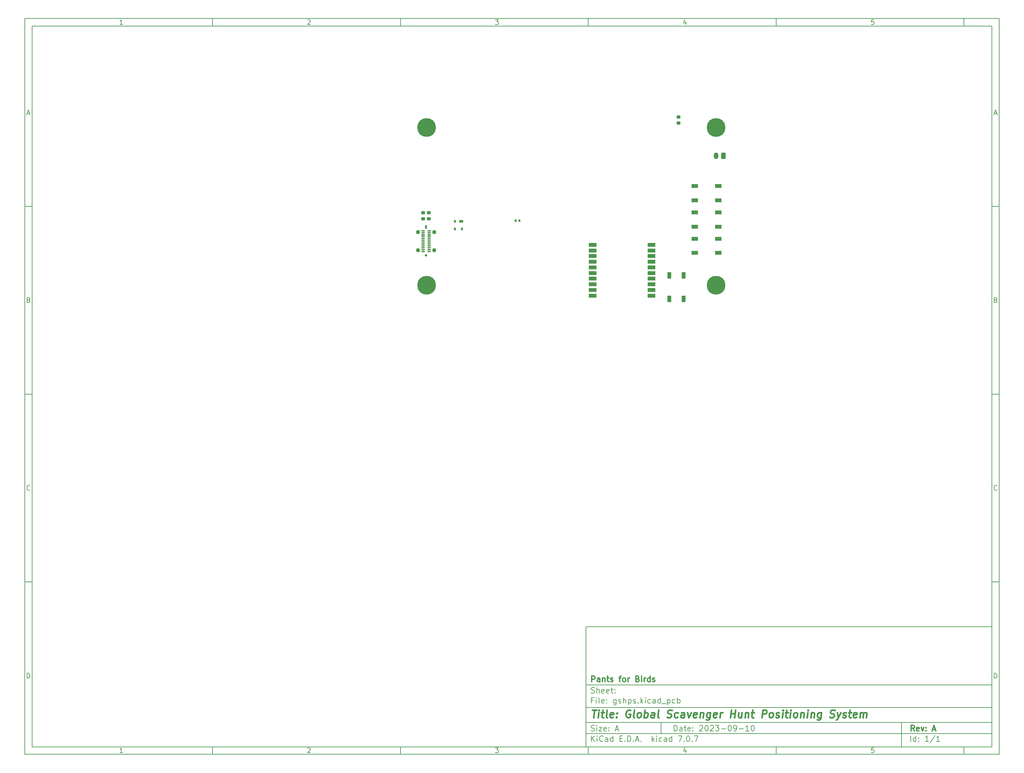
<source format=gbr>
%TF.GenerationSoftware,KiCad,Pcbnew,7.0.7*%
%TF.CreationDate,2023-09-15T21:11:31-07:00*%
%TF.ProjectId,gshps,67736870-732e-46b6-9963-61645f706362,A*%
%TF.SameCoordinates,Original*%
%TF.FileFunction,Soldermask,Top*%
%TF.FilePolarity,Negative*%
%FSLAX46Y46*%
G04 Gerber Fmt 4.6, Leading zero omitted, Abs format (unit mm)*
G04 Created by KiCad (PCBNEW 7.0.7) date 2023-09-15 21:11:31*
%MOMM*%
%LPD*%
G01*
G04 APERTURE LIST*
G04 Aperture macros list*
%AMRoundRect*
0 Rectangle with rounded corners*
0 $1 Rounding radius*
0 $2 $3 $4 $5 $6 $7 $8 $9 X,Y pos of 4 corners*
0 Add a 4 corners polygon primitive as box body*
4,1,4,$2,$3,$4,$5,$6,$7,$8,$9,$2,$3,0*
0 Add four circle primitives for the rounded corners*
1,1,$1+$1,$2,$3*
1,1,$1+$1,$4,$5*
1,1,$1+$1,$6,$7*
1,1,$1+$1,$8,$9*
0 Add four rect primitives between the rounded corners*
20,1,$1+$1,$2,$3,$4,$5,0*
20,1,$1+$1,$4,$5,$6,$7,0*
20,1,$1+$1,$6,$7,$8,$9,0*
20,1,$1+$1,$8,$9,$2,$3,0*%
G04 Aperture macros list end*
%ADD10C,0.100000*%
%ADD11C,0.150000*%
%ADD12C,0.300000*%
%ADD13C,0.400000*%
%ADD14RoundRect,0.140000X-0.140000X-0.170000X0.140000X-0.170000X0.140000X0.170000X-0.140000X0.170000X0*%
%ADD15R,1.700000X1.000000*%
%ADD16C,5.000000*%
%ADD17C,1.100000*%
%ADD18R,0.850000X0.300000*%
%ADD19O,0.580000X1.000000*%
%ADD20C,0.660000*%
%ADD21RoundRect,0.218750X-0.256250X0.218750X-0.256250X-0.218750X0.256250X-0.218750X0.256250X0.218750X0*%
%ADD22R,0.600000X0.700000*%
%ADD23R,1.000000X0.700000*%
%ADD24RoundRect,0.218750X0.256250X-0.218750X0.256250X0.218750X-0.256250X0.218750X-0.256250X-0.218750X0*%
%ADD25R,1.000000X1.700000*%
%ADD26R,2.000000X1.000000*%
%ADD27O,1.200000X1.750000*%
%ADD28RoundRect,0.250000X0.350000X0.625000X-0.350000X0.625000X-0.350000X-0.625000X0.350000X-0.625000X0*%
G04 APERTURE END LIST*
D10*
D11*
X159400000Y-171900000D02*
X267400000Y-171900000D01*
X267400000Y-203900000D01*
X159400000Y-203900000D01*
X159400000Y-171900000D01*
D10*
D11*
X10000000Y-10000000D02*
X269400000Y-10000000D01*
X269400000Y-205900000D01*
X10000000Y-205900000D01*
X10000000Y-10000000D01*
D10*
D11*
X12000000Y-12000000D02*
X267400000Y-12000000D01*
X267400000Y-203900000D01*
X12000000Y-203900000D01*
X12000000Y-12000000D01*
D10*
D11*
X60000000Y-12000000D02*
X60000000Y-10000000D01*
D10*
D11*
X110000000Y-12000000D02*
X110000000Y-10000000D01*
D10*
D11*
X160000000Y-12000000D02*
X160000000Y-10000000D01*
D10*
D11*
X210000000Y-12000000D02*
X210000000Y-10000000D01*
D10*
D11*
X260000000Y-12000000D02*
X260000000Y-10000000D01*
D10*
D11*
X36089160Y-11593604D02*
X35346303Y-11593604D01*
X35717731Y-11593604D02*
X35717731Y-10293604D01*
X35717731Y-10293604D02*
X35593922Y-10479319D01*
X35593922Y-10479319D02*
X35470112Y-10603128D01*
X35470112Y-10603128D02*
X35346303Y-10665033D01*
D10*
D11*
X85346303Y-10417414D02*
X85408207Y-10355509D01*
X85408207Y-10355509D02*
X85532017Y-10293604D01*
X85532017Y-10293604D02*
X85841541Y-10293604D01*
X85841541Y-10293604D02*
X85965350Y-10355509D01*
X85965350Y-10355509D02*
X86027255Y-10417414D01*
X86027255Y-10417414D02*
X86089160Y-10541223D01*
X86089160Y-10541223D02*
X86089160Y-10665033D01*
X86089160Y-10665033D02*
X86027255Y-10850747D01*
X86027255Y-10850747D02*
X85284398Y-11593604D01*
X85284398Y-11593604D02*
X86089160Y-11593604D01*
D10*
D11*
X135284398Y-10293604D02*
X136089160Y-10293604D01*
X136089160Y-10293604D02*
X135655826Y-10788842D01*
X135655826Y-10788842D02*
X135841541Y-10788842D01*
X135841541Y-10788842D02*
X135965350Y-10850747D01*
X135965350Y-10850747D02*
X136027255Y-10912652D01*
X136027255Y-10912652D02*
X136089160Y-11036461D01*
X136089160Y-11036461D02*
X136089160Y-11345985D01*
X136089160Y-11345985D02*
X136027255Y-11469795D01*
X136027255Y-11469795D02*
X135965350Y-11531700D01*
X135965350Y-11531700D02*
X135841541Y-11593604D01*
X135841541Y-11593604D02*
X135470112Y-11593604D01*
X135470112Y-11593604D02*
X135346303Y-11531700D01*
X135346303Y-11531700D02*
X135284398Y-11469795D01*
D10*
D11*
X185965350Y-10726938D02*
X185965350Y-11593604D01*
X185655826Y-10231700D02*
X185346303Y-11160271D01*
X185346303Y-11160271D02*
X186151064Y-11160271D01*
D10*
D11*
X236027255Y-10293604D02*
X235408207Y-10293604D01*
X235408207Y-10293604D02*
X235346303Y-10912652D01*
X235346303Y-10912652D02*
X235408207Y-10850747D01*
X235408207Y-10850747D02*
X235532017Y-10788842D01*
X235532017Y-10788842D02*
X235841541Y-10788842D01*
X235841541Y-10788842D02*
X235965350Y-10850747D01*
X235965350Y-10850747D02*
X236027255Y-10912652D01*
X236027255Y-10912652D02*
X236089160Y-11036461D01*
X236089160Y-11036461D02*
X236089160Y-11345985D01*
X236089160Y-11345985D02*
X236027255Y-11469795D01*
X236027255Y-11469795D02*
X235965350Y-11531700D01*
X235965350Y-11531700D02*
X235841541Y-11593604D01*
X235841541Y-11593604D02*
X235532017Y-11593604D01*
X235532017Y-11593604D02*
X235408207Y-11531700D01*
X235408207Y-11531700D02*
X235346303Y-11469795D01*
D10*
D11*
X60000000Y-203900000D02*
X60000000Y-205900000D01*
D10*
D11*
X110000000Y-203900000D02*
X110000000Y-205900000D01*
D10*
D11*
X160000000Y-203900000D02*
X160000000Y-205900000D01*
D10*
D11*
X210000000Y-203900000D02*
X210000000Y-205900000D01*
D10*
D11*
X260000000Y-203900000D02*
X260000000Y-205900000D01*
D10*
D11*
X36089160Y-205493604D02*
X35346303Y-205493604D01*
X35717731Y-205493604D02*
X35717731Y-204193604D01*
X35717731Y-204193604D02*
X35593922Y-204379319D01*
X35593922Y-204379319D02*
X35470112Y-204503128D01*
X35470112Y-204503128D02*
X35346303Y-204565033D01*
D10*
D11*
X85346303Y-204317414D02*
X85408207Y-204255509D01*
X85408207Y-204255509D02*
X85532017Y-204193604D01*
X85532017Y-204193604D02*
X85841541Y-204193604D01*
X85841541Y-204193604D02*
X85965350Y-204255509D01*
X85965350Y-204255509D02*
X86027255Y-204317414D01*
X86027255Y-204317414D02*
X86089160Y-204441223D01*
X86089160Y-204441223D02*
X86089160Y-204565033D01*
X86089160Y-204565033D02*
X86027255Y-204750747D01*
X86027255Y-204750747D02*
X85284398Y-205493604D01*
X85284398Y-205493604D02*
X86089160Y-205493604D01*
D10*
D11*
X135284398Y-204193604D02*
X136089160Y-204193604D01*
X136089160Y-204193604D02*
X135655826Y-204688842D01*
X135655826Y-204688842D02*
X135841541Y-204688842D01*
X135841541Y-204688842D02*
X135965350Y-204750747D01*
X135965350Y-204750747D02*
X136027255Y-204812652D01*
X136027255Y-204812652D02*
X136089160Y-204936461D01*
X136089160Y-204936461D02*
X136089160Y-205245985D01*
X136089160Y-205245985D02*
X136027255Y-205369795D01*
X136027255Y-205369795D02*
X135965350Y-205431700D01*
X135965350Y-205431700D02*
X135841541Y-205493604D01*
X135841541Y-205493604D02*
X135470112Y-205493604D01*
X135470112Y-205493604D02*
X135346303Y-205431700D01*
X135346303Y-205431700D02*
X135284398Y-205369795D01*
D10*
D11*
X185965350Y-204626938D02*
X185965350Y-205493604D01*
X185655826Y-204131700D02*
X185346303Y-205060271D01*
X185346303Y-205060271D02*
X186151064Y-205060271D01*
D10*
D11*
X236027255Y-204193604D02*
X235408207Y-204193604D01*
X235408207Y-204193604D02*
X235346303Y-204812652D01*
X235346303Y-204812652D02*
X235408207Y-204750747D01*
X235408207Y-204750747D02*
X235532017Y-204688842D01*
X235532017Y-204688842D02*
X235841541Y-204688842D01*
X235841541Y-204688842D02*
X235965350Y-204750747D01*
X235965350Y-204750747D02*
X236027255Y-204812652D01*
X236027255Y-204812652D02*
X236089160Y-204936461D01*
X236089160Y-204936461D02*
X236089160Y-205245985D01*
X236089160Y-205245985D02*
X236027255Y-205369795D01*
X236027255Y-205369795D02*
X235965350Y-205431700D01*
X235965350Y-205431700D02*
X235841541Y-205493604D01*
X235841541Y-205493604D02*
X235532017Y-205493604D01*
X235532017Y-205493604D02*
X235408207Y-205431700D01*
X235408207Y-205431700D02*
X235346303Y-205369795D01*
D10*
D11*
X10000000Y-60000000D02*
X12000000Y-60000000D01*
D10*
D11*
X10000000Y-110000000D02*
X12000000Y-110000000D01*
D10*
D11*
X10000000Y-160000000D02*
X12000000Y-160000000D01*
D10*
D11*
X10690476Y-35222176D02*
X11309523Y-35222176D01*
X10566666Y-35593604D02*
X10999999Y-34293604D01*
X10999999Y-34293604D02*
X11433333Y-35593604D01*
D10*
D11*
X11092857Y-84912652D02*
X11278571Y-84974557D01*
X11278571Y-84974557D02*
X11340476Y-85036461D01*
X11340476Y-85036461D02*
X11402380Y-85160271D01*
X11402380Y-85160271D02*
X11402380Y-85345985D01*
X11402380Y-85345985D02*
X11340476Y-85469795D01*
X11340476Y-85469795D02*
X11278571Y-85531700D01*
X11278571Y-85531700D02*
X11154761Y-85593604D01*
X11154761Y-85593604D02*
X10659523Y-85593604D01*
X10659523Y-85593604D02*
X10659523Y-84293604D01*
X10659523Y-84293604D02*
X11092857Y-84293604D01*
X11092857Y-84293604D02*
X11216666Y-84355509D01*
X11216666Y-84355509D02*
X11278571Y-84417414D01*
X11278571Y-84417414D02*
X11340476Y-84541223D01*
X11340476Y-84541223D02*
X11340476Y-84665033D01*
X11340476Y-84665033D02*
X11278571Y-84788842D01*
X11278571Y-84788842D02*
X11216666Y-84850747D01*
X11216666Y-84850747D02*
X11092857Y-84912652D01*
X11092857Y-84912652D02*
X10659523Y-84912652D01*
D10*
D11*
X11402380Y-135469795D02*
X11340476Y-135531700D01*
X11340476Y-135531700D02*
X11154761Y-135593604D01*
X11154761Y-135593604D02*
X11030952Y-135593604D01*
X11030952Y-135593604D02*
X10845238Y-135531700D01*
X10845238Y-135531700D02*
X10721428Y-135407890D01*
X10721428Y-135407890D02*
X10659523Y-135284080D01*
X10659523Y-135284080D02*
X10597619Y-135036461D01*
X10597619Y-135036461D02*
X10597619Y-134850747D01*
X10597619Y-134850747D02*
X10659523Y-134603128D01*
X10659523Y-134603128D02*
X10721428Y-134479319D01*
X10721428Y-134479319D02*
X10845238Y-134355509D01*
X10845238Y-134355509D02*
X11030952Y-134293604D01*
X11030952Y-134293604D02*
X11154761Y-134293604D01*
X11154761Y-134293604D02*
X11340476Y-134355509D01*
X11340476Y-134355509D02*
X11402380Y-134417414D01*
D10*
D11*
X10659523Y-185593604D02*
X10659523Y-184293604D01*
X10659523Y-184293604D02*
X10969047Y-184293604D01*
X10969047Y-184293604D02*
X11154761Y-184355509D01*
X11154761Y-184355509D02*
X11278571Y-184479319D01*
X11278571Y-184479319D02*
X11340476Y-184603128D01*
X11340476Y-184603128D02*
X11402380Y-184850747D01*
X11402380Y-184850747D02*
X11402380Y-185036461D01*
X11402380Y-185036461D02*
X11340476Y-185284080D01*
X11340476Y-185284080D02*
X11278571Y-185407890D01*
X11278571Y-185407890D02*
X11154761Y-185531700D01*
X11154761Y-185531700D02*
X10969047Y-185593604D01*
X10969047Y-185593604D02*
X10659523Y-185593604D01*
D10*
D11*
X269400000Y-60000000D02*
X267400000Y-60000000D01*
D10*
D11*
X269400000Y-110000000D02*
X267400000Y-110000000D01*
D10*
D11*
X269400000Y-160000000D02*
X267400000Y-160000000D01*
D10*
D11*
X268090476Y-35222176D02*
X268709523Y-35222176D01*
X267966666Y-35593604D02*
X268399999Y-34293604D01*
X268399999Y-34293604D02*
X268833333Y-35593604D01*
D10*
D11*
X268492857Y-84912652D02*
X268678571Y-84974557D01*
X268678571Y-84974557D02*
X268740476Y-85036461D01*
X268740476Y-85036461D02*
X268802380Y-85160271D01*
X268802380Y-85160271D02*
X268802380Y-85345985D01*
X268802380Y-85345985D02*
X268740476Y-85469795D01*
X268740476Y-85469795D02*
X268678571Y-85531700D01*
X268678571Y-85531700D02*
X268554761Y-85593604D01*
X268554761Y-85593604D02*
X268059523Y-85593604D01*
X268059523Y-85593604D02*
X268059523Y-84293604D01*
X268059523Y-84293604D02*
X268492857Y-84293604D01*
X268492857Y-84293604D02*
X268616666Y-84355509D01*
X268616666Y-84355509D02*
X268678571Y-84417414D01*
X268678571Y-84417414D02*
X268740476Y-84541223D01*
X268740476Y-84541223D02*
X268740476Y-84665033D01*
X268740476Y-84665033D02*
X268678571Y-84788842D01*
X268678571Y-84788842D02*
X268616666Y-84850747D01*
X268616666Y-84850747D02*
X268492857Y-84912652D01*
X268492857Y-84912652D02*
X268059523Y-84912652D01*
D10*
D11*
X268802380Y-135469795D02*
X268740476Y-135531700D01*
X268740476Y-135531700D02*
X268554761Y-135593604D01*
X268554761Y-135593604D02*
X268430952Y-135593604D01*
X268430952Y-135593604D02*
X268245238Y-135531700D01*
X268245238Y-135531700D02*
X268121428Y-135407890D01*
X268121428Y-135407890D02*
X268059523Y-135284080D01*
X268059523Y-135284080D02*
X267997619Y-135036461D01*
X267997619Y-135036461D02*
X267997619Y-134850747D01*
X267997619Y-134850747D02*
X268059523Y-134603128D01*
X268059523Y-134603128D02*
X268121428Y-134479319D01*
X268121428Y-134479319D02*
X268245238Y-134355509D01*
X268245238Y-134355509D02*
X268430952Y-134293604D01*
X268430952Y-134293604D02*
X268554761Y-134293604D01*
X268554761Y-134293604D02*
X268740476Y-134355509D01*
X268740476Y-134355509D02*
X268802380Y-134417414D01*
D10*
D11*
X268059523Y-185593604D02*
X268059523Y-184293604D01*
X268059523Y-184293604D02*
X268369047Y-184293604D01*
X268369047Y-184293604D02*
X268554761Y-184355509D01*
X268554761Y-184355509D02*
X268678571Y-184479319D01*
X268678571Y-184479319D02*
X268740476Y-184603128D01*
X268740476Y-184603128D02*
X268802380Y-184850747D01*
X268802380Y-184850747D02*
X268802380Y-185036461D01*
X268802380Y-185036461D02*
X268740476Y-185284080D01*
X268740476Y-185284080D02*
X268678571Y-185407890D01*
X268678571Y-185407890D02*
X268554761Y-185531700D01*
X268554761Y-185531700D02*
X268369047Y-185593604D01*
X268369047Y-185593604D02*
X268059523Y-185593604D01*
D10*
D11*
X182855826Y-199686128D02*
X182855826Y-198186128D01*
X182855826Y-198186128D02*
X183212969Y-198186128D01*
X183212969Y-198186128D02*
X183427255Y-198257557D01*
X183427255Y-198257557D02*
X183570112Y-198400414D01*
X183570112Y-198400414D02*
X183641541Y-198543271D01*
X183641541Y-198543271D02*
X183712969Y-198828985D01*
X183712969Y-198828985D02*
X183712969Y-199043271D01*
X183712969Y-199043271D02*
X183641541Y-199328985D01*
X183641541Y-199328985D02*
X183570112Y-199471842D01*
X183570112Y-199471842D02*
X183427255Y-199614700D01*
X183427255Y-199614700D02*
X183212969Y-199686128D01*
X183212969Y-199686128D02*
X182855826Y-199686128D01*
X184998684Y-199686128D02*
X184998684Y-198900414D01*
X184998684Y-198900414D02*
X184927255Y-198757557D01*
X184927255Y-198757557D02*
X184784398Y-198686128D01*
X184784398Y-198686128D02*
X184498684Y-198686128D01*
X184498684Y-198686128D02*
X184355826Y-198757557D01*
X184998684Y-199614700D02*
X184855826Y-199686128D01*
X184855826Y-199686128D02*
X184498684Y-199686128D01*
X184498684Y-199686128D02*
X184355826Y-199614700D01*
X184355826Y-199614700D02*
X184284398Y-199471842D01*
X184284398Y-199471842D02*
X184284398Y-199328985D01*
X184284398Y-199328985D02*
X184355826Y-199186128D01*
X184355826Y-199186128D02*
X184498684Y-199114700D01*
X184498684Y-199114700D02*
X184855826Y-199114700D01*
X184855826Y-199114700D02*
X184998684Y-199043271D01*
X185498684Y-198686128D02*
X186070112Y-198686128D01*
X185712969Y-198186128D02*
X185712969Y-199471842D01*
X185712969Y-199471842D02*
X185784398Y-199614700D01*
X185784398Y-199614700D02*
X185927255Y-199686128D01*
X185927255Y-199686128D02*
X186070112Y-199686128D01*
X187141541Y-199614700D02*
X186998684Y-199686128D01*
X186998684Y-199686128D02*
X186712970Y-199686128D01*
X186712970Y-199686128D02*
X186570112Y-199614700D01*
X186570112Y-199614700D02*
X186498684Y-199471842D01*
X186498684Y-199471842D02*
X186498684Y-198900414D01*
X186498684Y-198900414D02*
X186570112Y-198757557D01*
X186570112Y-198757557D02*
X186712970Y-198686128D01*
X186712970Y-198686128D02*
X186998684Y-198686128D01*
X186998684Y-198686128D02*
X187141541Y-198757557D01*
X187141541Y-198757557D02*
X187212970Y-198900414D01*
X187212970Y-198900414D02*
X187212970Y-199043271D01*
X187212970Y-199043271D02*
X186498684Y-199186128D01*
X187855826Y-199543271D02*
X187927255Y-199614700D01*
X187927255Y-199614700D02*
X187855826Y-199686128D01*
X187855826Y-199686128D02*
X187784398Y-199614700D01*
X187784398Y-199614700D02*
X187855826Y-199543271D01*
X187855826Y-199543271D02*
X187855826Y-199686128D01*
X187855826Y-198757557D02*
X187927255Y-198828985D01*
X187927255Y-198828985D02*
X187855826Y-198900414D01*
X187855826Y-198900414D02*
X187784398Y-198828985D01*
X187784398Y-198828985D02*
X187855826Y-198757557D01*
X187855826Y-198757557D02*
X187855826Y-198900414D01*
X189641541Y-198328985D02*
X189712969Y-198257557D01*
X189712969Y-198257557D02*
X189855827Y-198186128D01*
X189855827Y-198186128D02*
X190212969Y-198186128D01*
X190212969Y-198186128D02*
X190355827Y-198257557D01*
X190355827Y-198257557D02*
X190427255Y-198328985D01*
X190427255Y-198328985D02*
X190498684Y-198471842D01*
X190498684Y-198471842D02*
X190498684Y-198614700D01*
X190498684Y-198614700D02*
X190427255Y-198828985D01*
X190427255Y-198828985D02*
X189570112Y-199686128D01*
X189570112Y-199686128D02*
X190498684Y-199686128D01*
X191427255Y-198186128D02*
X191570112Y-198186128D01*
X191570112Y-198186128D02*
X191712969Y-198257557D01*
X191712969Y-198257557D02*
X191784398Y-198328985D01*
X191784398Y-198328985D02*
X191855826Y-198471842D01*
X191855826Y-198471842D02*
X191927255Y-198757557D01*
X191927255Y-198757557D02*
X191927255Y-199114700D01*
X191927255Y-199114700D02*
X191855826Y-199400414D01*
X191855826Y-199400414D02*
X191784398Y-199543271D01*
X191784398Y-199543271D02*
X191712969Y-199614700D01*
X191712969Y-199614700D02*
X191570112Y-199686128D01*
X191570112Y-199686128D02*
X191427255Y-199686128D01*
X191427255Y-199686128D02*
X191284398Y-199614700D01*
X191284398Y-199614700D02*
X191212969Y-199543271D01*
X191212969Y-199543271D02*
X191141540Y-199400414D01*
X191141540Y-199400414D02*
X191070112Y-199114700D01*
X191070112Y-199114700D02*
X191070112Y-198757557D01*
X191070112Y-198757557D02*
X191141540Y-198471842D01*
X191141540Y-198471842D02*
X191212969Y-198328985D01*
X191212969Y-198328985D02*
X191284398Y-198257557D01*
X191284398Y-198257557D02*
X191427255Y-198186128D01*
X192498683Y-198328985D02*
X192570111Y-198257557D01*
X192570111Y-198257557D02*
X192712969Y-198186128D01*
X192712969Y-198186128D02*
X193070111Y-198186128D01*
X193070111Y-198186128D02*
X193212969Y-198257557D01*
X193212969Y-198257557D02*
X193284397Y-198328985D01*
X193284397Y-198328985D02*
X193355826Y-198471842D01*
X193355826Y-198471842D02*
X193355826Y-198614700D01*
X193355826Y-198614700D02*
X193284397Y-198828985D01*
X193284397Y-198828985D02*
X192427254Y-199686128D01*
X192427254Y-199686128D02*
X193355826Y-199686128D01*
X193855825Y-198186128D02*
X194784397Y-198186128D01*
X194784397Y-198186128D02*
X194284397Y-198757557D01*
X194284397Y-198757557D02*
X194498682Y-198757557D01*
X194498682Y-198757557D02*
X194641540Y-198828985D01*
X194641540Y-198828985D02*
X194712968Y-198900414D01*
X194712968Y-198900414D02*
X194784397Y-199043271D01*
X194784397Y-199043271D02*
X194784397Y-199400414D01*
X194784397Y-199400414D02*
X194712968Y-199543271D01*
X194712968Y-199543271D02*
X194641540Y-199614700D01*
X194641540Y-199614700D02*
X194498682Y-199686128D01*
X194498682Y-199686128D02*
X194070111Y-199686128D01*
X194070111Y-199686128D02*
X193927254Y-199614700D01*
X193927254Y-199614700D02*
X193855825Y-199543271D01*
X195427253Y-199114700D02*
X196570111Y-199114700D01*
X197570111Y-198186128D02*
X197712968Y-198186128D01*
X197712968Y-198186128D02*
X197855825Y-198257557D01*
X197855825Y-198257557D02*
X197927254Y-198328985D01*
X197927254Y-198328985D02*
X197998682Y-198471842D01*
X197998682Y-198471842D02*
X198070111Y-198757557D01*
X198070111Y-198757557D02*
X198070111Y-199114700D01*
X198070111Y-199114700D02*
X197998682Y-199400414D01*
X197998682Y-199400414D02*
X197927254Y-199543271D01*
X197927254Y-199543271D02*
X197855825Y-199614700D01*
X197855825Y-199614700D02*
X197712968Y-199686128D01*
X197712968Y-199686128D02*
X197570111Y-199686128D01*
X197570111Y-199686128D02*
X197427254Y-199614700D01*
X197427254Y-199614700D02*
X197355825Y-199543271D01*
X197355825Y-199543271D02*
X197284396Y-199400414D01*
X197284396Y-199400414D02*
X197212968Y-199114700D01*
X197212968Y-199114700D02*
X197212968Y-198757557D01*
X197212968Y-198757557D02*
X197284396Y-198471842D01*
X197284396Y-198471842D02*
X197355825Y-198328985D01*
X197355825Y-198328985D02*
X197427254Y-198257557D01*
X197427254Y-198257557D02*
X197570111Y-198186128D01*
X198784396Y-199686128D02*
X199070110Y-199686128D01*
X199070110Y-199686128D02*
X199212967Y-199614700D01*
X199212967Y-199614700D02*
X199284396Y-199543271D01*
X199284396Y-199543271D02*
X199427253Y-199328985D01*
X199427253Y-199328985D02*
X199498682Y-199043271D01*
X199498682Y-199043271D02*
X199498682Y-198471842D01*
X199498682Y-198471842D02*
X199427253Y-198328985D01*
X199427253Y-198328985D02*
X199355825Y-198257557D01*
X199355825Y-198257557D02*
X199212967Y-198186128D01*
X199212967Y-198186128D02*
X198927253Y-198186128D01*
X198927253Y-198186128D02*
X198784396Y-198257557D01*
X198784396Y-198257557D02*
X198712967Y-198328985D01*
X198712967Y-198328985D02*
X198641539Y-198471842D01*
X198641539Y-198471842D02*
X198641539Y-198828985D01*
X198641539Y-198828985D02*
X198712967Y-198971842D01*
X198712967Y-198971842D02*
X198784396Y-199043271D01*
X198784396Y-199043271D02*
X198927253Y-199114700D01*
X198927253Y-199114700D02*
X199212967Y-199114700D01*
X199212967Y-199114700D02*
X199355825Y-199043271D01*
X199355825Y-199043271D02*
X199427253Y-198971842D01*
X199427253Y-198971842D02*
X199498682Y-198828985D01*
X200141538Y-199114700D02*
X201284396Y-199114700D01*
X202784396Y-199686128D02*
X201927253Y-199686128D01*
X202355824Y-199686128D02*
X202355824Y-198186128D01*
X202355824Y-198186128D02*
X202212967Y-198400414D01*
X202212967Y-198400414D02*
X202070110Y-198543271D01*
X202070110Y-198543271D02*
X201927253Y-198614700D01*
X203712967Y-198186128D02*
X203855824Y-198186128D01*
X203855824Y-198186128D02*
X203998681Y-198257557D01*
X203998681Y-198257557D02*
X204070110Y-198328985D01*
X204070110Y-198328985D02*
X204141538Y-198471842D01*
X204141538Y-198471842D02*
X204212967Y-198757557D01*
X204212967Y-198757557D02*
X204212967Y-199114700D01*
X204212967Y-199114700D02*
X204141538Y-199400414D01*
X204141538Y-199400414D02*
X204070110Y-199543271D01*
X204070110Y-199543271D02*
X203998681Y-199614700D01*
X203998681Y-199614700D02*
X203855824Y-199686128D01*
X203855824Y-199686128D02*
X203712967Y-199686128D01*
X203712967Y-199686128D02*
X203570110Y-199614700D01*
X203570110Y-199614700D02*
X203498681Y-199543271D01*
X203498681Y-199543271D02*
X203427252Y-199400414D01*
X203427252Y-199400414D02*
X203355824Y-199114700D01*
X203355824Y-199114700D02*
X203355824Y-198757557D01*
X203355824Y-198757557D02*
X203427252Y-198471842D01*
X203427252Y-198471842D02*
X203498681Y-198328985D01*
X203498681Y-198328985D02*
X203570110Y-198257557D01*
X203570110Y-198257557D02*
X203712967Y-198186128D01*
D10*
D11*
X159400000Y-200400000D02*
X267400000Y-200400000D01*
D10*
D11*
X160855826Y-202486128D02*
X160855826Y-200986128D01*
X161712969Y-202486128D02*
X161070112Y-201628985D01*
X161712969Y-200986128D02*
X160855826Y-201843271D01*
X162355826Y-202486128D02*
X162355826Y-201486128D01*
X162355826Y-200986128D02*
X162284398Y-201057557D01*
X162284398Y-201057557D02*
X162355826Y-201128985D01*
X162355826Y-201128985D02*
X162427255Y-201057557D01*
X162427255Y-201057557D02*
X162355826Y-200986128D01*
X162355826Y-200986128D02*
X162355826Y-201128985D01*
X163927255Y-202343271D02*
X163855827Y-202414700D01*
X163855827Y-202414700D02*
X163641541Y-202486128D01*
X163641541Y-202486128D02*
X163498684Y-202486128D01*
X163498684Y-202486128D02*
X163284398Y-202414700D01*
X163284398Y-202414700D02*
X163141541Y-202271842D01*
X163141541Y-202271842D02*
X163070112Y-202128985D01*
X163070112Y-202128985D02*
X162998684Y-201843271D01*
X162998684Y-201843271D02*
X162998684Y-201628985D01*
X162998684Y-201628985D02*
X163070112Y-201343271D01*
X163070112Y-201343271D02*
X163141541Y-201200414D01*
X163141541Y-201200414D02*
X163284398Y-201057557D01*
X163284398Y-201057557D02*
X163498684Y-200986128D01*
X163498684Y-200986128D02*
X163641541Y-200986128D01*
X163641541Y-200986128D02*
X163855827Y-201057557D01*
X163855827Y-201057557D02*
X163927255Y-201128985D01*
X165212970Y-202486128D02*
X165212970Y-201700414D01*
X165212970Y-201700414D02*
X165141541Y-201557557D01*
X165141541Y-201557557D02*
X164998684Y-201486128D01*
X164998684Y-201486128D02*
X164712970Y-201486128D01*
X164712970Y-201486128D02*
X164570112Y-201557557D01*
X165212970Y-202414700D02*
X165070112Y-202486128D01*
X165070112Y-202486128D02*
X164712970Y-202486128D01*
X164712970Y-202486128D02*
X164570112Y-202414700D01*
X164570112Y-202414700D02*
X164498684Y-202271842D01*
X164498684Y-202271842D02*
X164498684Y-202128985D01*
X164498684Y-202128985D02*
X164570112Y-201986128D01*
X164570112Y-201986128D02*
X164712970Y-201914700D01*
X164712970Y-201914700D02*
X165070112Y-201914700D01*
X165070112Y-201914700D02*
X165212970Y-201843271D01*
X166570113Y-202486128D02*
X166570113Y-200986128D01*
X166570113Y-202414700D02*
X166427255Y-202486128D01*
X166427255Y-202486128D02*
X166141541Y-202486128D01*
X166141541Y-202486128D02*
X165998684Y-202414700D01*
X165998684Y-202414700D02*
X165927255Y-202343271D01*
X165927255Y-202343271D02*
X165855827Y-202200414D01*
X165855827Y-202200414D02*
X165855827Y-201771842D01*
X165855827Y-201771842D02*
X165927255Y-201628985D01*
X165927255Y-201628985D02*
X165998684Y-201557557D01*
X165998684Y-201557557D02*
X166141541Y-201486128D01*
X166141541Y-201486128D02*
X166427255Y-201486128D01*
X166427255Y-201486128D02*
X166570113Y-201557557D01*
X168427255Y-201700414D02*
X168927255Y-201700414D01*
X169141541Y-202486128D02*
X168427255Y-202486128D01*
X168427255Y-202486128D02*
X168427255Y-200986128D01*
X168427255Y-200986128D02*
X169141541Y-200986128D01*
X169784398Y-202343271D02*
X169855827Y-202414700D01*
X169855827Y-202414700D02*
X169784398Y-202486128D01*
X169784398Y-202486128D02*
X169712970Y-202414700D01*
X169712970Y-202414700D02*
X169784398Y-202343271D01*
X169784398Y-202343271D02*
X169784398Y-202486128D01*
X170498684Y-202486128D02*
X170498684Y-200986128D01*
X170498684Y-200986128D02*
X170855827Y-200986128D01*
X170855827Y-200986128D02*
X171070113Y-201057557D01*
X171070113Y-201057557D02*
X171212970Y-201200414D01*
X171212970Y-201200414D02*
X171284399Y-201343271D01*
X171284399Y-201343271D02*
X171355827Y-201628985D01*
X171355827Y-201628985D02*
X171355827Y-201843271D01*
X171355827Y-201843271D02*
X171284399Y-202128985D01*
X171284399Y-202128985D02*
X171212970Y-202271842D01*
X171212970Y-202271842D02*
X171070113Y-202414700D01*
X171070113Y-202414700D02*
X170855827Y-202486128D01*
X170855827Y-202486128D02*
X170498684Y-202486128D01*
X171998684Y-202343271D02*
X172070113Y-202414700D01*
X172070113Y-202414700D02*
X171998684Y-202486128D01*
X171998684Y-202486128D02*
X171927256Y-202414700D01*
X171927256Y-202414700D02*
X171998684Y-202343271D01*
X171998684Y-202343271D02*
X171998684Y-202486128D01*
X172641542Y-202057557D02*
X173355828Y-202057557D01*
X172498685Y-202486128D02*
X172998685Y-200986128D01*
X172998685Y-200986128D02*
X173498685Y-202486128D01*
X173998684Y-202343271D02*
X174070113Y-202414700D01*
X174070113Y-202414700D02*
X173998684Y-202486128D01*
X173998684Y-202486128D02*
X173927256Y-202414700D01*
X173927256Y-202414700D02*
X173998684Y-202343271D01*
X173998684Y-202343271D02*
X173998684Y-202486128D01*
X176998684Y-202486128D02*
X176998684Y-200986128D01*
X177141542Y-201914700D02*
X177570113Y-202486128D01*
X177570113Y-201486128D02*
X176998684Y-202057557D01*
X178212970Y-202486128D02*
X178212970Y-201486128D01*
X178212970Y-200986128D02*
X178141542Y-201057557D01*
X178141542Y-201057557D02*
X178212970Y-201128985D01*
X178212970Y-201128985D02*
X178284399Y-201057557D01*
X178284399Y-201057557D02*
X178212970Y-200986128D01*
X178212970Y-200986128D02*
X178212970Y-201128985D01*
X179570114Y-202414700D02*
X179427256Y-202486128D01*
X179427256Y-202486128D02*
X179141542Y-202486128D01*
X179141542Y-202486128D02*
X178998685Y-202414700D01*
X178998685Y-202414700D02*
X178927256Y-202343271D01*
X178927256Y-202343271D02*
X178855828Y-202200414D01*
X178855828Y-202200414D02*
X178855828Y-201771842D01*
X178855828Y-201771842D02*
X178927256Y-201628985D01*
X178927256Y-201628985D02*
X178998685Y-201557557D01*
X178998685Y-201557557D02*
X179141542Y-201486128D01*
X179141542Y-201486128D02*
X179427256Y-201486128D01*
X179427256Y-201486128D02*
X179570114Y-201557557D01*
X180855828Y-202486128D02*
X180855828Y-201700414D01*
X180855828Y-201700414D02*
X180784399Y-201557557D01*
X180784399Y-201557557D02*
X180641542Y-201486128D01*
X180641542Y-201486128D02*
X180355828Y-201486128D01*
X180355828Y-201486128D02*
X180212970Y-201557557D01*
X180855828Y-202414700D02*
X180712970Y-202486128D01*
X180712970Y-202486128D02*
X180355828Y-202486128D01*
X180355828Y-202486128D02*
X180212970Y-202414700D01*
X180212970Y-202414700D02*
X180141542Y-202271842D01*
X180141542Y-202271842D02*
X180141542Y-202128985D01*
X180141542Y-202128985D02*
X180212970Y-201986128D01*
X180212970Y-201986128D02*
X180355828Y-201914700D01*
X180355828Y-201914700D02*
X180712970Y-201914700D01*
X180712970Y-201914700D02*
X180855828Y-201843271D01*
X182212971Y-202486128D02*
X182212971Y-200986128D01*
X182212971Y-202414700D02*
X182070113Y-202486128D01*
X182070113Y-202486128D02*
X181784399Y-202486128D01*
X181784399Y-202486128D02*
X181641542Y-202414700D01*
X181641542Y-202414700D02*
X181570113Y-202343271D01*
X181570113Y-202343271D02*
X181498685Y-202200414D01*
X181498685Y-202200414D02*
X181498685Y-201771842D01*
X181498685Y-201771842D02*
X181570113Y-201628985D01*
X181570113Y-201628985D02*
X181641542Y-201557557D01*
X181641542Y-201557557D02*
X181784399Y-201486128D01*
X181784399Y-201486128D02*
X182070113Y-201486128D01*
X182070113Y-201486128D02*
X182212971Y-201557557D01*
X183927256Y-200986128D02*
X184927256Y-200986128D01*
X184927256Y-200986128D02*
X184284399Y-202486128D01*
X185498684Y-202343271D02*
X185570113Y-202414700D01*
X185570113Y-202414700D02*
X185498684Y-202486128D01*
X185498684Y-202486128D02*
X185427256Y-202414700D01*
X185427256Y-202414700D02*
X185498684Y-202343271D01*
X185498684Y-202343271D02*
X185498684Y-202486128D01*
X186498685Y-200986128D02*
X186641542Y-200986128D01*
X186641542Y-200986128D02*
X186784399Y-201057557D01*
X186784399Y-201057557D02*
X186855828Y-201128985D01*
X186855828Y-201128985D02*
X186927256Y-201271842D01*
X186927256Y-201271842D02*
X186998685Y-201557557D01*
X186998685Y-201557557D02*
X186998685Y-201914700D01*
X186998685Y-201914700D02*
X186927256Y-202200414D01*
X186927256Y-202200414D02*
X186855828Y-202343271D01*
X186855828Y-202343271D02*
X186784399Y-202414700D01*
X186784399Y-202414700D02*
X186641542Y-202486128D01*
X186641542Y-202486128D02*
X186498685Y-202486128D01*
X186498685Y-202486128D02*
X186355828Y-202414700D01*
X186355828Y-202414700D02*
X186284399Y-202343271D01*
X186284399Y-202343271D02*
X186212970Y-202200414D01*
X186212970Y-202200414D02*
X186141542Y-201914700D01*
X186141542Y-201914700D02*
X186141542Y-201557557D01*
X186141542Y-201557557D02*
X186212970Y-201271842D01*
X186212970Y-201271842D02*
X186284399Y-201128985D01*
X186284399Y-201128985D02*
X186355828Y-201057557D01*
X186355828Y-201057557D02*
X186498685Y-200986128D01*
X187641541Y-202343271D02*
X187712970Y-202414700D01*
X187712970Y-202414700D02*
X187641541Y-202486128D01*
X187641541Y-202486128D02*
X187570113Y-202414700D01*
X187570113Y-202414700D02*
X187641541Y-202343271D01*
X187641541Y-202343271D02*
X187641541Y-202486128D01*
X188212970Y-200986128D02*
X189212970Y-200986128D01*
X189212970Y-200986128D02*
X188570113Y-202486128D01*
D10*
D11*
X159400000Y-197400000D02*
X267400000Y-197400000D01*
D10*
D12*
X246811653Y-199678328D02*
X246311653Y-198964042D01*
X245954510Y-199678328D02*
X245954510Y-198178328D01*
X245954510Y-198178328D02*
X246525939Y-198178328D01*
X246525939Y-198178328D02*
X246668796Y-198249757D01*
X246668796Y-198249757D02*
X246740225Y-198321185D01*
X246740225Y-198321185D02*
X246811653Y-198464042D01*
X246811653Y-198464042D02*
X246811653Y-198678328D01*
X246811653Y-198678328D02*
X246740225Y-198821185D01*
X246740225Y-198821185D02*
X246668796Y-198892614D01*
X246668796Y-198892614D02*
X246525939Y-198964042D01*
X246525939Y-198964042D02*
X245954510Y-198964042D01*
X248025939Y-199606900D02*
X247883082Y-199678328D01*
X247883082Y-199678328D02*
X247597368Y-199678328D01*
X247597368Y-199678328D02*
X247454510Y-199606900D01*
X247454510Y-199606900D02*
X247383082Y-199464042D01*
X247383082Y-199464042D02*
X247383082Y-198892614D01*
X247383082Y-198892614D02*
X247454510Y-198749757D01*
X247454510Y-198749757D02*
X247597368Y-198678328D01*
X247597368Y-198678328D02*
X247883082Y-198678328D01*
X247883082Y-198678328D02*
X248025939Y-198749757D01*
X248025939Y-198749757D02*
X248097368Y-198892614D01*
X248097368Y-198892614D02*
X248097368Y-199035471D01*
X248097368Y-199035471D02*
X247383082Y-199178328D01*
X248597367Y-198678328D02*
X248954510Y-199678328D01*
X248954510Y-199678328D02*
X249311653Y-198678328D01*
X249883081Y-199535471D02*
X249954510Y-199606900D01*
X249954510Y-199606900D02*
X249883081Y-199678328D01*
X249883081Y-199678328D02*
X249811653Y-199606900D01*
X249811653Y-199606900D02*
X249883081Y-199535471D01*
X249883081Y-199535471D02*
X249883081Y-199678328D01*
X249883081Y-198749757D02*
X249954510Y-198821185D01*
X249954510Y-198821185D02*
X249883081Y-198892614D01*
X249883081Y-198892614D02*
X249811653Y-198821185D01*
X249811653Y-198821185D02*
X249883081Y-198749757D01*
X249883081Y-198749757D02*
X249883081Y-198892614D01*
X251668796Y-199249757D02*
X252383082Y-199249757D01*
X251525939Y-199678328D02*
X252025939Y-198178328D01*
X252025939Y-198178328D02*
X252525939Y-199678328D01*
D10*
D11*
X160784398Y-199614700D02*
X160998684Y-199686128D01*
X160998684Y-199686128D02*
X161355826Y-199686128D01*
X161355826Y-199686128D02*
X161498684Y-199614700D01*
X161498684Y-199614700D02*
X161570112Y-199543271D01*
X161570112Y-199543271D02*
X161641541Y-199400414D01*
X161641541Y-199400414D02*
X161641541Y-199257557D01*
X161641541Y-199257557D02*
X161570112Y-199114700D01*
X161570112Y-199114700D02*
X161498684Y-199043271D01*
X161498684Y-199043271D02*
X161355826Y-198971842D01*
X161355826Y-198971842D02*
X161070112Y-198900414D01*
X161070112Y-198900414D02*
X160927255Y-198828985D01*
X160927255Y-198828985D02*
X160855826Y-198757557D01*
X160855826Y-198757557D02*
X160784398Y-198614700D01*
X160784398Y-198614700D02*
X160784398Y-198471842D01*
X160784398Y-198471842D02*
X160855826Y-198328985D01*
X160855826Y-198328985D02*
X160927255Y-198257557D01*
X160927255Y-198257557D02*
X161070112Y-198186128D01*
X161070112Y-198186128D02*
X161427255Y-198186128D01*
X161427255Y-198186128D02*
X161641541Y-198257557D01*
X162284397Y-199686128D02*
X162284397Y-198686128D01*
X162284397Y-198186128D02*
X162212969Y-198257557D01*
X162212969Y-198257557D02*
X162284397Y-198328985D01*
X162284397Y-198328985D02*
X162355826Y-198257557D01*
X162355826Y-198257557D02*
X162284397Y-198186128D01*
X162284397Y-198186128D02*
X162284397Y-198328985D01*
X162855826Y-198686128D02*
X163641541Y-198686128D01*
X163641541Y-198686128D02*
X162855826Y-199686128D01*
X162855826Y-199686128D02*
X163641541Y-199686128D01*
X164784398Y-199614700D02*
X164641541Y-199686128D01*
X164641541Y-199686128D02*
X164355827Y-199686128D01*
X164355827Y-199686128D02*
X164212969Y-199614700D01*
X164212969Y-199614700D02*
X164141541Y-199471842D01*
X164141541Y-199471842D02*
X164141541Y-198900414D01*
X164141541Y-198900414D02*
X164212969Y-198757557D01*
X164212969Y-198757557D02*
X164355827Y-198686128D01*
X164355827Y-198686128D02*
X164641541Y-198686128D01*
X164641541Y-198686128D02*
X164784398Y-198757557D01*
X164784398Y-198757557D02*
X164855827Y-198900414D01*
X164855827Y-198900414D02*
X164855827Y-199043271D01*
X164855827Y-199043271D02*
X164141541Y-199186128D01*
X165498683Y-199543271D02*
X165570112Y-199614700D01*
X165570112Y-199614700D02*
X165498683Y-199686128D01*
X165498683Y-199686128D02*
X165427255Y-199614700D01*
X165427255Y-199614700D02*
X165498683Y-199543271D01*
X165498683Y-199543271D02*
X165498683Y-199686128D01*
X165498683Y-198757557D02*
X165570112Y-198828985D01*
X165570112Y-198828985D02*
X165498683Y-198900414D01*
X165498683Y-198900414D02*
X165427255Y-198828985D01*
X165427255Y-198828985D02*
X165498683Y-198757557D01*
X165498683Y-198757557D02*
X165498683Y-198900414D01*
X167284398Y-199257557D02*
X167998684Y-199257557D01*
X167141541Y-199686128D02*
X167641541Y-198186128D01*
X167641541Y-198186128D02*
X168141541Y-199686128D01*
D10*
D11*
X245855826Y-202486128D02*
X245855826Y-200986128D01*
X247212970Y-202486128D02*
X247212970Y-200986128D01*
X247212970Y-202414700D02*
X247070112Y-202486128D01*
X247070112Y-202486128D02*
X246784398Y-202486128D01*
X246784398Y-202486128D02*
X246641541Y-202414700D01*
X246641541Y-202414700D02*
X246570112Y-202343271D01*
X246570112Y-202343271D02*
X246498684Y-202200414D01*
X246498684Y-202200414D02*
X246498684Y-201771842D01*
X246498684Y-201771842D02*
X246570112Y-201628985D01*
X246570112Y-201628985D02*
X246641541Y-201557557D01*
X246641541Y-201557557D02*
X246784398Y-201486128D01*
X246784398Y-201486128D02*
X247070112Y-201486128D01*
X247070112Y-201486128D02*
X247212970Y-201557557D01*
X247927255Y-202343271D02*
X247998684Y-202414700D01*
X247998684Y-202414700D02*
X247927255Y-202486128D01*
X247927255Y-202486128D02*
X247855827Y-202414700D01*
X247855827Y-202414700D02*
X247927255Y-202343271D01*
X247927255Y-202343271D02*
X247927255Y-202486128D01*
X247927255Y-201557557D02*
X247998684Y-201628985D01*
X247998684Y-201628985D02*
X247927255Y-201700414D01*
X247927255Y-201700414D02*
X247855827Y-201628985D01*
X247855827Y-201628985D02*
X247927255Y-201557557D01*
X247927255Y-201557557D02*
X247927255Y-201700414D01*
X250570113Y-202486128D02*
X249712970Y-202486128D01*
X250141541Y-202486128D02*
X250141541Y-200986128D01*
X250141541Y-200986128D02*
X249998684Y-201200414D01*
X249998684Y-201200414D02*
X249855827Y-201343271D01*
X249855827Y-201343271D02*
X249712970Y-201414700D01*
X252284398Y-200914700D02*
X250998684Y-202843271D01*
X253570113Y-202486128D02*
X252712970Y-202486128D01*
X253141541Y-202486128D02*
X253141541Y-200986128D01*
X253141541Y-200986128D02*
X252998684Y-201200414D01*
X252998684Y-201200414D02*
X252855827Y-201343271D01*
X252855827Y-201343271D02*
X252712970Y-201414700D01*
D10*
D11*
X159400000Y-193400000D02*
X267400000Y-193400000D01*
D10*
D13*
X161091728Y-194104438D02*
X162234585Y-194104438D01*
X161413157Y-196104438D02*
X161663157Y-194104438D01*
X162651252Y-196104438D02*
X162817919Y-194771104D01*
X162901252Y-194104438D02*
X162794109Y-194199676D01*
X162794109Y-194199676D02*
X162877443Y-194294914D01*
X162877443Y-194294914D02*
X162984586Y-194199676D01*
X162984586Y-194199676D02*
X162901252Y-194104438D01*
X162901252Y-194104438D02*
X162877443Y-194294914D01*
X163484586Y-194771104D02*
X164246490Y-194771104D01*
X163853633Y-194104438D02*
X163639348Y-195818723D01*
X163639348Y-195818723D02*
X163710776Y-196009200D01*
X163710776Y-196009200D02*
X163889348Y-196104438D01*
X163889348Y-196104438D02*
X164079824Y-196104438D01*
X165032205Y-196104438D02*
X164853633Y-196009200D01*
X164853633Y-196009200D02*
X164782205Y-195818723D01*
X164782205Y-195818723D02*
X164996490Y-194104438D01*
X166567919Y-196009200D02*
X166365538Y-196104438D01*
X166365538Y-196104438D02*
X165984585Y-196104438D01*
X165984585Y-196104438D02*
X165806014Y-196009200D01*
X165806014Y-196009200D02*
X165734585Y-195818723D01*
X165734585Y-195818723D02*
X165829824Y-195056819D01*
X165829824Y-195056819D02*
X165948871Y-194866342D01*
X165948871Y-194866342D02*
X166151252Y-194771104D01*
X166151252Y-194771104D02*
X166532204Y-194771104D01*
X166532204Y-194771104D02*
X166710776Y-194866342D01*
X166710776Y-194866342D02*
X166782204Y-195056819D01*
X166782204Y-195056819D02*
X166758395Y-195247295D01*
X166758395Y-195247295D02*
X165782204Y-195437771D01*
X167532205Y-195913961D02*
X167615538Y-196009200D01*
X167615538Y-196009200D02*
X167508395Y-196104438D01*
X167508395Y-196104438D02*
X167425062Y-196009200D01*
X167425062Y-196009200D02*
X167532205Y-195913961D01*
X167532205Y-195913961D02*
X167508395Y-196104438D01*
X167663157Y-194866342D02*
X167746490Y-194961580D01*
X167746490Y-194961580D02*
X167639348Y-195056819D01*
X167639348Y-195056819D02*
X167556014Y-194961580D01*
X167556014Y-194961580D02*
X167663157Y-194866342D01*
X167663157Y-194866342D02*
X167639348Y-195056819D01*
X171270301Y-194199676D02*
X171091729Y-194104438D01*
X171091729Y-194104438D02*
X170806015Y-194104438D01*
X170806015Y-194104438D02*
X170508396Y-194199676D01*
X170508396Y-194199676D02*
X170294110Y-194390152D01*
X170294110Y-194390152D02*
X170175062Y-194580628D01*
X170175062Y-194580628D02*
X170032205Y-194961580D01*
X170032205Y-194961580D02*
X169996491Y-195247295D01*
X169996491Y-195247295D02*
X170044110Y-195628247D01*
X170044110Y-195628247D02*
X170115539Y-195818723D01*
X170115539Y-195818723D02*
X170282205Y-196009200D01*
X170282205Y-196009200D02*
X170556015Y-196104438D01*
X170556015Y-196104438D02*
X170746491Y-196104438D01*
X170746491Y-196104438D02*
X171044110Y-196009200D01*
X171044110Y-196009200D02*
X171151253Y-195913961D01*
X171151253Y-195913961D02*
X171234586Y-195247295D01*
X171234586Y-195247295D02*
X170853634Y-195247295D01*
X172270301Y-196104438D02*
X172091729Y-196009200D01*
X172091729Y-196009200D02*
X172020301Y-195818723D01*
X172020301Y-195818723D02*
X172234586Y-194104438D01*
X173317920Y-196104438D02*
X173139348Y-196009200D01*
X173139348Y-196009200D02*
X173056015Y-195913961D01*
X173056015Y-195913961D02*
X172984586Y-195723485D01*
X172984586Y-195723485D02*
X173056015Y-195152057D01*
X173056015Y-195152057D02*
X173175062Y-194961580D01*
X173175062Y-194961580D02*
X173282205Y-194866342D01*
X173282205Y-194866342D02*
X173484586Y-194771104D01*
X173484586Y-194771104D02*
X173770300Y-194771104D01*
X173770300Y-194771104D02*
X173948872Y-194866342D01*
X173948872Y-194866342D02*
X174032205Y-194961580D01*
X174032205Y-194961580D02*
X174103634Y-195152057D01*
X174103634Y-195152057D02*
X174032205Y-195723485D01*
X174032205Y-195723485D02*
X173913158Y-195913961D01*
X173913158Y-195913961D02*
X173806015Y-196009200D01*
X173806015Y-196009200D02*
X173603634Y-196104438D01*
X173603634Y-196104438D02*
X173317920Y-196104438D01*
X174841729Y-196104438D02*
X175091729Y-194104438D01*
X174996491Y-194866342D02*
X175198872Y-194771104D01*
X175198872Y-194771104D02*
X175579824Y-194771104D01*
X175579824Y-194771104D02*
X175758396Y-194866342D01*
X175758396Y-194866342D02*
X175841729Y-194961580D01*
X175841729Y-194961580D02*
X175913158Y-195152057D01*
X175913158Y-195152057D02*
X175841729Y-195723485D01*
X175841729Y-195723485D02*
X175722682Y-195913961D01*
X175722682Y-195913961D02*
X175615539Y-196009200D01*
X175615539Y-196009200D02*
X175413158Y-196104438D01*
X175413158Y-196104438D02*
X175032205Y-196104438D01*
X175032205Y-196104438D02*
X174853634Y-196009200D01*
X177508396Y-196104438D02*
X177639348Y-195056819D01*
X177639348Y-195056819D02*
X177567920Y-194866342D01*
X177567920Y-194866342D02*
X177389348Y-194771104D01*
X177389348Y-194771104D02*
X177008396Y-194771104D01*
X177008396Y-194771104D02*
X176806015Y-194866342D01*
X177520301Y-196009200D02*
X177317920Y-196104438D01*
X177317920Y-196104438D02*
X176841729Y-196104438D01*
X176841729Y-196104438D02*
X176663158Y-196009200D01*
X176663158Y-196009200D02*
X176591729Y-195818723D01*
X176591729Y-195818723D02*
X176615539Y-195628247D01*
X176615539Y-195628247D02*
X176734587Y-195437771D01*
X176734587Y-195437771D02*
X176936968Y-195342533D01*
X176936968Y-195342533D02*
X177413158Y-195342533D01*
X177413158Y-195342533D02*
X177615539Y-195247295D01*
X178746492Y-196104438D02*
X178567920Y-196009200D01*
X178567920Y-196009200D02*
X178496492Y-195818723D01*
X178496492Y-195818723D02*
X178710777Y-194104438D01*
X180948873Y-196009200D02*
X181222682Y-196104438D01*
X181222682Y-196104438D02*
X181698873Y-196104438D01*
X181698873Y-196104438D02*
X181901254Y-196009200D01*
X181901254Y-196009200D02*
X182008397Y-195913961D01*
X182008397Y-195913961D02*
X182127444Y-195723485D01*
X182127444Y-195723485D02*
X182151254Y-195533009D01*
X182151254Y-195533009D02*
X182079825Y-195342533D01*
X182079825Y-195342533D02*
X181996492Y-195247295D01*
X181996492Y-195247295D02*
X181817921Y-195152057D01*
X181817921Y-195152057D02*
X181448873Y-195056819D01*
X181448873Y-195056819D02*
X181270301Y-194961580D01*
X181270301Y-194961580D02*
X181186968Y-194866342D01*
X181186968Y-194866342D02*
X181115540Y-194675866D01*
X181115540Y-194675866D02*
X181139349Y-194485390D01*
X181139349Y-194485390D02*
X181258397Y-194294914D01*
X181258397Y-194294914D02*
X181365540Y-194199676D01*
X181365540Y-194199676D02*
X181567921Y-194104438D01*
X181567921Y-194104438D02*
X182044111Y-194104438D01*
X182044111Y-194104438D02*
X182317921Y-194199676D01*
X183806016Y-196009200D02*
X183603635Y-196104438D01*
X183603635Y-196104438D02*
X183222683Y-196104438D01*
X183222683Y-196104438D02*
X183044111Y-196009200D01*
X183044111Y-196009200D02*
X182960778Y-195913961D01*
X182960778Y-195913961D02*
X182889349Y-195723485D01*
X182889349Y-195723485D02*
X182960778Y-195152057D01*
X182960778Y-195152057D02*
X183079825Y-194961580D01*
X183079825Y-194961580D02*
X183186968Y-194866342D01*
X183186968Y-194866342D02*
X183389349Y-194771104D01*
X183389349Y-194771104D02*
X183770302Y-194771104D01*
X183770302Y-194771104D02*
X183948873Y-194866342D01*
X185508397Y-196104438D02*
X185639349Y-195056819D01*
X185639349Y-195056819D02*
X185567921Y-194866342D01*
X185567921Y-194866342D02*
X185389349Y-194771104D01*
X185389349Y-194771104D02*
X185008397Y-194771104D01*
X185008397Y-194771104D02*
X184806016Y-194866342D01*
X185520302Y-196009200D02*
X185317921Y-196104438D01*
X185317921Y-196104438D02*
X184841730Y-196104438D01*
X184841730Y-196104438D02*
X184663159Y-196009200D01*
X184663159Y-196009200D02*
X184591730Y-195818723D01*
X184591730Y-195818723D02*
X184615540Y-195628247D01*
X184615540Y-195628247D02*
X184734588Y-195437771D01*
X184734588Y-195437771D02*
X184936969Y-195342533D01*
X184936969Y-195342533D02*
X185413159Y-195342533D01*
X185413159Y-195342533D02*
X185615540Y-195247295D01*
X186436969Y-194771104D02*
X186746493Y-196104438D01*
X186746493Y-196104438D02*
X187389350Y-194771104D01*
X188758398Y-196009200D02*
X188556017Y-196104438D01*
X188556017Y-196104438D02*
X188175064Y-196104438D01*
X188175064Y-196104438D02*
X187996493Y-196009200D01*
X187996493Y-196009200D02*
X187925064Y-195818723D01*
X187925064Y-195818723D02*
X188020303Y-195056819D01*
X188020303Y-195056819D02*
X188139350Y-194866342D01*
X188139350Y-194866342D02*
X188341731Y-194771104D01*
X188341731Y-194771104D02*
X188722683Y-194771104D01*
X188722683Y-194771104D02*
X188901255Y-194866342D01*
X188901255Y-194866342D02*
X188972683Y-195056819D01*
X188972683Y-195056819D02*
X188948874Y-195247295D01*
X188948874Y-195247295D02*
X187972683Y-195437771D01*
X189865541Y-194771104D02*
X189698874Y-196104438D01*
X189841731Y-194961580D02*
X189948874Y-194866342D01*
X189948874Y-194866342D02*
X190151255Y-194771104D01*
X190151255Y-194771104D02*
X190436969Y-194771104D01*
X190436969Y-194771104D02*
X190615541Y-194866342D01*
X190615541Y-194866342D02*
X190686969Y-195056819D01*
X190686969Y-195056819D02*
X190556017Y-196104438D01*
X192532208Y-194771104D02*
X192329827Y-196390152D01*
X192329827Y-196390152D02*
X192210779Y-196580628D01*
X192210779Y-196580628D02*
X192103636Y-196675866D01*
X192103636Y-196675866D02*
X191901255Y-196771104D01*
X191901255Y-196771104D02*
X191615541Y-196771104D01*
X191615541Y-196771104D02*
X191436970Y-196675866D01*
X192377446Y-196009200D02*
X192175065Y-196104438D01*
X192175065Y-196104438D02*
X191794113Y-196104438D01*
X191794113Y-196104438D02*
X191615541Y-196009200D01*
X191615541Y-196009200D02*
X191532208Y-195913961D01*
X191532208Y-195913961D02*
X191460779Y-195723485D01*
X191460779Y-195723485D02*
X191532208Y-195152057D01*
X191532208Y-195152057D02*
X191651255Y-194961580D01*
X191651255Y-194961580D02*
X191758398Y-194866342D01*
X191758398Y-194866342D02*
X191960779Y-194771104D01*
X191960779Y-194771104D02*
X192341732Y-194771104D01*
X192341732Y-194771104D02*
X192520303Y-194866342D01*
X194091732Y-196009200D02*
X193889351Y-196104438D01*
X193889351Y-196104438D02*
X193508398Y-196104438D01*
X193508398Y-196104438D02*
X193329827Y-196009200D01*
X193329827Y-196009200D02*
X193258398Y-195818723D01*
X193258398Y-195818723D02*
X193353637Y-195056819D01*
X193353637Y-195056819D02*
X193472684Y-194866342D01*
X193472684Y-194866342D02*
X193675065Y-194771104D01*
X193675065Y-194771104D02*
X194056017Y-194771104D01*
X194056017Y-194771104D02*
X194234589Y-194866342D01*
X194234589Y-194866342D02*
X194306017Y-195056819D01*
X194306017Y-195056819D02*
X194282208Y-195247295D01*
X194282208Y-195247295D02*
X193306017Y-195437771D01*
X195032208Y-196104438D02*
X195198875Y-194771104D01*
X195151256Y-195152057D02*
X195270303Y-194961580D01*
X195270303Y-194961580D02*
X195377446Y-194866342D01*
X195377446Y-194866342D02*
X195579827Y-194771104D01*
X195579827Y-194771104D02*
X195770303Y-194771104D01*
X197794113Y-196104438D02*
X198044113Y-194104438D01*
X197925066Y-195056819D02*
X199067923Y-195056819D01*
X198936970Y-196104438D02*
X199186970Y-194104438D01*
X200913161Y-194771104D02*
X200746494Y-196104438D01*
X200056018Y-194771104D02*
X199925066Y-195818723D01*
X199925066Y-195818723D02*
X199996494Y-196009200D01*
X199996494Y-196009200D02*
X200175066Y-196104438D01*
X200175066Y-196104438D02*
X200460780Y-196104438D01*
X200460780Y-196104438D02*
X200663161Y-196009200D01*
X200663161Y-196009200D02*
X200770304Y-195913961D01*
X201865542Y-194771104D02*
X201698875Y-196104438D01*
X201841732Y-194961580D02*
X201948875Y-194866342D01*
X201948875Y-194866342D02*
X202151256Y-194771104D01*
X202151256Y-194771104D02*
X202436970Y-194771104D01*
X202436970Y-194771104D02*
X202615542Y-194866342D01*
X202615542Y-194866342D02*
X202686970Y-195056819D01*
X202686970Y-195056819D02*
X202556018Y-196104438D01*
X203389352Y-194771104D02*
X204151256Y-194771104D01*
X203758399Y-194104438D02*
X203544114Y-195818723D01*
X203544114Y-195818723D02*
X203615542Y-196009200D01*
X203615542Y-196009200D02*
X203794114Y-196104438D01*
X203794114Y-196104438D02*
X203984590Y-196104438D01*
X206175066Y-196104438D02*
X206425066Y-194104438D01*
X206425066Y-194104438D02*
X207186971Y-194104438D01*
X207186971Y-194104438D02*
X207365542Y-194199676D01*
X207365542Y-194199676D02*
X207448876Y-194294914D01*
X207448876Y-194294914D02*
X207520304Y-194485390D01*
X207520304Y-194485390D02*
X207484590Y-194771104D01*
X207484590Y-194771104D02*
X207365542Y-194961580D01*
X207365542Y-194961580D02*
X207258400Y-195056819D01*
X207258400Y-195056819D02*
X207056019Y-195152057D01*
X207056019Y-195152057D02*
X206294114Y-195152057D01*
X208460781Y-196104438D02*
X208282209Y-196009200D01*
X208282209Y-196009200D02*
X208198876Y-195913961D01*
X208198876Y-195913961D02*
X208127447Y-195723485D01*
X208127447Y-195723485D02*
X208198876Y-195152057D01*
X208198876Y-195152057D02*
X208317923Y-194961580D01*
X208317923Y-194961580D02*
X208425066Y-194866342D01*
X208425066Y-194866342D02*
X208627447Y-194771104D01*
X208627447Y-194771104D02*
X208913161Y-194771104D01*
X208913161Y-194771104D02*
X209091733Y-194866342D01*
X209091733Y-194866342D02*
X209175066Y-194961580D01*
X209175066Y-194961580D02*
X209246495Y-195152057D01*
X209246495Y-195152057D02*
X209175066Y-195723485D01*
X209175066Y-195723485D02*
X209056019Y-195913961D01*
X209056019Y-195913961D02*
X208948876Y-196009200D01*
X208948876Y-196009200D02*
X208746495Y-196104438D01*
X208746495Y-196104438D02*
X208460781Y-196104438D01*
X209901257Y-196009200D02*
X210079828Y-196104438D01*
X210079828Y-196104438D02*
X210460781Y-196104438D01*
X210460781Y-196104438D02*
X210663162Y-196009200D01*
X210663162Y-196009200D02*
X210782209Y-195818723D01*
X210782209Y-195818723D02*
X210794114Y-195723485D01*
X210794114Y-195723485D02*
X210722685Y-195533009D01*
X210722685Y-195533009D02*
X210544114Y-195437771D01*
X210544114Y-195437771D02*
X210258400Y-195437771D01*
X210258400Y-195437771D02*
X210079828Y-195342533D01*
X210079828Y-195342533D02*
X210008400Y-195152057D01*
X210008400Y-195152057D02*
X210020305Y-195056819D01*
X210020305Y-195056819D02*
X210139352Y-194866342D01*
X210139352Y-194866342D02*
X210341733Y-194771104D01*
X210341733Y-194771104D02*
X210627447Y-194771104D01*
X210627447Y-194771104D02*
X210806019Y-194866342D01*
X211603638Y-196104438D02*
X211770305Y-194771104D01*
X211853638Y-194104438D02*
X211746495Y-194199676D01*
X211746495Y-194199676D02*
X211829829Y-194294914D01*
X211829829Y-194294914D02*
X211936972Y-194199676D01*
X211936972Y-194199676D02*
X211853638Y-194104438D01*
X211853638Y-194104438D02*
X211829829Y-194294914D01*
X212436972Y-194771104D02*
X213198876Y-194771104D01*
X212806019Y-194104438D02*
X212591734Y-195818723D01*
X212591734Y-195818723D02*
X212663162Y-196009200D01*
X212663162Y-196009200D02*
X212841734Y-196104438D01*
X212841734Y-196104438D02*
X213032210Y-196104438D01*
X213698876Y-196104438D02*
X213865543Y-194771104D01*
X213948876Y-194104438D02*
X213841733Y-194199676D01*
X213841733Y-194199676D02*
X213925067Y-194294914D01*
X213925067Y-194294914D02*
X214032210Y-194199676D01*
X214032210Y-194199676D02*
X213948876Y-194104438D01*
X213948876Y-194104438D02*
X213925067Y-194294914D01*
X214936972Y-196104438D02*
X214758400Y-196009200D01*
X214758400Y-196009200D02*
X214675067Y-195913961D01*
X214675067Y-195913961D02*
X214603638Y-195723485D01*
X214603638Y-195723485D02*
X214675067Y-195152057D01*
X214675067Y-195152057D02*
X214794114Y-194961580D01*
X214794114Y-194961580D02*
X214901257Y-194866342D01*
X214901257Y-194866342D02*
X215103638Y-194771104D01*
X215103638Y-194771104D02*
X215389352Y-194771104D01*
X215389352Y-194771104D02*
X215567924Y-194866342D01*
X215567924Y-194866342D02*
X215651257Y-194961580D01*
X215651257Y-194961580D02*
X215722686Y-195152057D01*
X215722686Y-195152057D02*
X215651257Y-195723485D01*
X215651257Y-195723485D02*
X215532210Y-195913961D01*
X215532210Y-195913961D02*
X215425067Y-196009200D01*
X215425067Y-196009200D02*
X215222686Y-196104438D01*
X215222686Y-196104438D02*
X214936972Y-196104438D01*
X216627448Y-194771104D02*
X216460781Y-196104438D01*
X216603638Y-194961580D02*
X216710781Y-194866342D01*
X216710781Y-194866342D02*
X216913162Y-194771104D01*
X216913162Y-194771104D02*
X217198876Y-194771104D01*
X217198876Y-194771104D02*
X217377448Y-194866342D01*
X217377448Y-194866342D02*
X217448876Y-195056819D01*
X217448876Y-195056819D02*
X217317924Y-196104438D01*
X218270305Y-196104438D02*
X218436972Y-194771104D01*
X218520305Y-194104438D02*
X218413162Y-194199676D01*
X218413162Y-194199676D02*
X218496496Y-194294914D01*
X218496496Y-194294914D02*
X218603639Y-194199676D01*
X218603639Y-194199676D02*
X218520305Y-194104438D01*
X218520305Y-194104438D02*
X218496496Y-194294914D01*
X219389353Y-194771104D02*
X219222686Y-196104438D01*
X219365543Y-194961580D02*
X219472686Y-194866342D01*
X219472686Y-194866342D02*
X219675067Y-194771104D01*
X219675067Y-194771104D02*
X219960781Y-194771104D01*
X219960781Y-194771104D02*
X220139353Y-194866342D01*
X220139353Y-194866342D02*
X220210781Y-195056819D01*
X220210781Y-195056819D02*
X220079829Y-196104438D01*
X222056020Y-194771104D02*
X221853639Y-196390152D01*
X221853639Y-196390152D02*
X221734591Y-196580628D01*
X221734591Y-196580628D02*
X221627448Y-196675866D01*
X221627448Y-196675866D02*
X221425067Y-196771104D01*
X221425067Y-196771104D02*
X221139353Y-196771104D01*
X221139353Y-196771104D02*
X220960782Y-196675866D01*
X221901258Y-196009200D02*
X221698877Y-196104438D01*
X221698877Y-196104438D02*
X221317925Y-196104438D01*
X221317925Y-196104438D02*
X221139353Y-196009200D01*
X221139353Y-196009200D02*
X221056020Y-195913961D01*
X221056020Y-195913961D02*
X220984591Y-195723485D01*
X220984591Y-195723485D02*
X221056020Y-195152057D01*
X221056020Y-195152057D02*
X221175067Y-194961580D01*
X221175067Y-194961580D02*
X221282210Y-194866342D01*
X221282210Y-194866342D02*
X221484591Y-194771104D01*
X221484591Y-194771104D02*
X221865544Y-194771104D01*
X221865544Y-194771104D02*
X222044115Y-194866342D01*
X224282211Y-196009200D02*
X224556020Y-196104438D01*
X224556020Y-196104438D02*
X225032211Y-196104438D01*
X225032211Y-196104438D02*
X225234592Y-196009200D01*
X225234592Y-196009200D02*
X225341735Y-195913961D01*
X225341735Y-195913961D02*
X225460782Y-195723485D01*
X225460782Y-195723485D02*
X225484592Y-195533009D01*
X225484592Y-195533009D02*
X225413163Y-195342533D01*
X225413163Y-195342533D02*
X225329830Y-195247295D01*
X225329830Y-195247295D02*
X225151259Y-195152057D01*
X225151259Y-195152057D02*
X224782211Y-195056819D01*
X224782211Y-195056819D02*
X224603639Y-194961580D01*
X224603639Y-194961580D02*
X224520306Y-194866342D01*
X224520306Y-194866342D02*
X224448878Y-194675866D01*
X224448878Y-194675866D02*
X224472687Y-194485390D01*
X224472687Y-194485390D02*
X224591735Y-194294914D01*
X224591735Y-194294914D02*
X224698878Y-194199676D01*
X224698878Y-194199676D02*
X224901259Y-194104438D01*
X224901259Y-194104438D02*
X225377449Y-194104438D01*
X225377449Y-194104438D02*
X225651259Y-194199676D01*
X226246497Y-194771104D02*
X226556021Y-196104438D01*
X227198878Y-194771104D02*
X226556021Y-196104438D01*
X226556021Y-196104438D02*
X226306021Y-196580628D01*
X226306021Y-196580628D02*
X226198878Y-196675866D01*
X226198878Y-196675866D02*
X225996497Y-196771104D01*
X227710783Y-196009200D02*
X227889354Y-196104438D01*
X227889354Y-196104438D02*
X228270307Y-196104438D01*
X228270307Y-196104438D02*
X228472688Y-196009200D01*
X228472688Y-196009200D02*
X228591735Y-195818723D01*
X228591735Y-195818723D02*
X228603640Y-195723485D01*
X228603640Y-195723485D02*
X228532211Y-195533009D01*
X228532211Y-195533009D02*
X228353640Y-195437771D01*
X228353640Y-195437771D02*
X228067926Y-195437771D01*
X228067926Y-195437771D02*
X227889354Y-195342533D01*
X227889354Y-195342533D02*
X227817926Y-195152057D01*
X227817926Y-195152057D02*
X227829831Y-195056819D01*
X227829831Y-195056819D02*
X227948878Y-194866342D01*
X227948878Y-194866342D02*
X228151259Y-194771104D01*
X228151259Y-194771104D02*
X228436973Y-194771104D01*
X228436973Y-194771104D02*
X228615545Y-194866342D01*
X229294117Y-194771104D02*
X230056021Y-194771104D01*
X229663164Y-194104438D02*
X229448879Y-195818723D01*
X229448879Y-195818723D02*
X229520307Y-196009200D01*
X229520307Y-196009200D02*
X229698879Y-196104438D01*
X229698879Y-196104438D02*
X229889355Y-196104438D01*
X231329831Y-196009200D02*
X231127450Y-196104438D01*
X231127450Y-196104438D02*
X230746497Y-196104438D01*
X230746497Y-196104438D02*
X230567926Y-196009200D01*
X230567926Y-196009200D02*
X230496497Y-195818723D01*
X230496497Y-195818723D02*
X230591736Y-195056819D01*
X230591736Y-195056819D02*
X230710783Y-194866342D01*
X230710783Y-194866342D02*
X230913164Y-194771104D01*
X230913164Y-194771104D02*
X231294116Y-194771104D01*
X231294116Y-194771104D02*
X231472688Y-194866342D01*
X231472688Y-194866342D02*
X231544116Y-195056819D01*
X231544116Y-195056819D02*
X231520307Y-195247295D01*
X231520307Y-195247295D02*
X230544116Y-195437771D01*
X232270307Y-196104438D02*
X232436974Y-194771104D01*
X232413164Y-194961580D02*
X232520307Y-194866342D01*
X232520307Y-194866342D02*
X232722688Y-194771104D01*
X232722688Y-194771104D02*
X233008402Y-194771104D01*
X233008402Y-194771104D02*
X233186974Y-194866342D01*
X233186974Y-194866342D02*
X233258402Y-195056819D01*
X233258402Y-195056819D02*
X233127450Y-196104438D01*
X233258402Y-195056819D02*
X233377450Y-194866342D01*
X233377450Y-194866342D02*
X233579831Y-194771104D01*
X233579831Y-194771104D02*
X233865545Y-194771104D01*
X233865545Y-194771104D02*
X234044117Y-194866342D01*
X234044117Y-194866342D02*
X234115545Y-195056819D01*
X234115545Y-195056819D02*
X233984593Y-196104438D01*
D10*
D11*
X161355826Y-191500414D02*
X160855826Y-191500414D01*
X160855826Y-192286128D02*
X160855826Y-190786128D01*
X160855826Y-190786128D02*
X161570112Y-190786128D01*
X162141540Y-192286128D02*
X162141540Y-191286128D01*
X162141540Y-190786128D02*
X162070112Y-190857557D01*
X162070112Y-190857557D02*
X162141540Y-190928985D01*
X162141540Y-190928985D02*
X162212969Y-190857557D01*
X162212969Y-190857557D02*
X162141540Y-190786128D01*
X162141540Y-190786128D02*
X162141540Y-190928985D01*
X163070112Y-192286128D02*
X162927255Y-192214700D01*
X162927255Y-192214700D02*
X162855826Y-192071842D01*
X162855826Y-192071842D02*
X162855826Y-190786128D01*
X164212969Y-192214700D02*
X164070112Y-192286128D01*
X164070112Y-192286128D02*
X163784398Y-192286128D01*
X163784398Y-192286128D02*
X163641540Y-192214700D01*
X163641540Y-192214700D02*
X163570112Y-192071842D01*
X163570112Y-192071842D02*
X163570112Y-191500414D01*
X163570112Y-191500414D02*
X163641540Y-191357557D01*
X163641540Y-191357557D02*
X163784398Y-191286128D01*
X163784398Y-191286128D02*
X164070112Y-191286128D01*
X164070112Y-191286128D02*
X164212969Y-191357557D01*
X164212969Y-191357557D02*
X164284398Y-191500414D01*
X164284398Y-191500414D02*
X164284398Y-191643271D01*
X164284398Y-191643271D02*
X163570112Y-191786128D01*
X164927254Y-192143271D02*
X164998683Y-192214700D01*
X164998683Y-192214700D02*
X164927254Y-192286128D01*
X164927254Y-192286128D02*
X164855826Y-192214700D01*
X164855826Y-192214700D02*
X164927254Y-192143271D01*
X164927254Y-192143271D02*
X164927254Y-192286128D01*
X164927254Y-191357557D02*
X164998683Y-191428985D01*
X164998683Y-191428985D02*
X164927254Y-191500414D01*
X164927254Y-191500414D02*
X164855826Y-191428985D01*
X164855826Y-191428985D02*
X164927254Y-191357557D01*
X164927254Y-191357557D02*
X164927254Y-191500414D01*
X167427255Y-191286128D02*
X167427255Y-192500414D01*
X167427255Y-192500414D02*
X167355826Y-192643271D01*
X167355826Y-192643271D02*
X167284397Y-192714700D01*
X167284397Y-192714700D02*
X167141540Y-192786128D01*
X167141540Y-192786128D02*
X166927255Y-192786128D01*
X166927255Y-192786128D02*
X166784397Y-192714700D01*
X167427255Y-192214700D02*
X167284397Y-192286128D01*
X167284397Y-192286128D02*
X166998683Y-192286128D01*
X166998683Y-192286128D02*
X166855826Y-192214700D01*
X166855826Y-192214700D02*
X166784397Y-192143271D01*
X166784397Y-192143271D02*
X166712969Y-192000414D01*
X166712969Y-192000414D02*
X166712969Y-191571842D01*
X166712969Y-191571842D02*
X166784397Y-191428985D01*
X166784397Y-191428985D02*
X166855826Y-191357557D01*
X166855826Y-191357557D02*
X166998683Y-191286128D01*
X166998683Y-191286128D02*
X167284397Y-191286128D01*
X167284397Y-191286128D02*
X167427255Y-191357557D01*
X168070112Y-192214700D02*
X168212969Y-192286128D01*
X168212969Y-192286128D02*
X168498683Y-192286128D01*
X168498683Y-192286128D02*
X168641540Y-192214700D01*
X168641540Y-192214700D02*
X168712969Y-192071842D01*
X168712969Y-192071842D02*
X168712969Y-192000414D01*
X168712969Y-192000414D02*
X168641540Y-191857557D01*
X168641540Y-191857557D02*
X168498683Y-191786128D01*
X168498683Y-191786128D02*
X168284398Y-191786128D01*
X168284398Y-191786128D02*
X168141540Y-191714700D01*
X168141540Y-191714700D02*
X168070112Y-191571842D01*
X168070112Y-191571842D02*
X168070112Y-191500414D01*
X168070112Y-191500414D02*
X168141540Y-191357557D01*
X168141540Y-191357557D02*
X168284398Y-191286128D01*
X168284398Y-191286128D02*
X168498683Y-191286128D01*
X168498683Y-191286128D02*
X168641540Y-191357557D01*
X169355826Y-192286128D02*
X169355826Y-190786128D01*
X169998684Y-192286128D02*
X169998684Y-191500414D01*
X169998684Y-191500414D02*
X169927255Y-191357557D01*
X169927255Y-191357557D02*
X169784398Y-191286128D01*
X169784398Y-191286128D02*
X169570112Y-191286128D01*
X169570112Y-191286128D02*
X169427255Y-191357557D01*
X169427255Y-191357557D02*
X169355826Y-191428985D01*
X170712969Y-191286128D02*
X170712969Y-192786128D01*
X170712969Y-191357557D02*
X170855827Y-191286128D01*
X170855827Y-191286128D02*
X171141541Y-191286128D01*
X171141541Y-191286128D02*
X171284398Y-191357557D01*
X171284398Y-191357557D02*
X171355827Y-191428985D01*
X171355827Y-191428985D02*
X171427255Y-191571842D01*
X171427255Y-191571842D02*
X171427255Y-192000414D01*
X171427255Y-192000414D02*
X171355827Y-192143271D01*
X171355827Y-192143271D02*
X171284398Y-192214700D01*
X171284398Y-192214700D02*
X171141541Y-192286128D01*
X171141541Y-192286128D02*
X170855827Y-192286128D01*
X170855827Y-192286128D02*
X170712969Y-192214700D01*
X171998684Y-192214700D02*
X172141541Y-192286128D01*
X172141541Y-192286128D02*
X172427255Y-192286128D01*
X172427255Y-192286128D02*
X172570112Y-192214700D01*
X172570112Y-192214700D02*
X172641541Y-192071842D01*
X172641541Y-192071842D02*
X172641541Y-192000414D01*
X172641541Y-192000414D02*
X172570112Y-191857557D01*
X172570112Y-191857557D02*
X172427255Y-191786128D01*
X172427255Y-191786128D02*
X172212970Y-191786128D01*
X172212970Y-191786128D02*
X172070112Y-191714700D01*
X172070112Y-191714700D02*
X171998684Y-191571842D01*
X171998684Y-191571842D02*
X171998684Y-191500414D01*
X171998684Y-191500414D02*
X172070112Y-191357557D01*
X172070112Y-191357557D02*
X172212970Y-191286128D01*
X172212970Y-191286128D02*
X172427255Y-191286128D01*
X172427255Y-191286128D02*
X172570112Y-191357557D01*
X173284398Y-192143271D02*
X173355827Y-192214700D01*
X173355827Y-192214700D02*
X173284398Y-192286128D01*
X173284398Y-192286128D02*
X173212970Y-192214700D01*
X173212970Y-192214700D02*
X173284398Y-192143271D01*
X173284398Y-192143271D02*
X173284398Y-192286128D01*
X173998684Y-192286128D02*
X173998684Y-190786128D01*
X174141542Y-191714700D02*
X174570113Y-192286128D01*
X174570113Y-191286128D02*
X173998684Y-191857557D01*
X175212970Y-192286128D02*
X175212970Y-191286128D01*
X175212970Y-190786128D02*
X175141542Y-190857557D01*
X175141542Y-190857557D02*
X175212970Y-190928985D01*
X175212970Y-190928985D02*
X175284399Y-190857557D01*
X175284399Y-190857557D02*
X175212970Y-190786128D01*
X175212970Y-190786128D02*
X175212970Y-190928985D01*
X176570114Y-192214700D02*
X176427256Y-192286128D01*
X176427256Y-192286128D02*
X176141542Y-192286128D01*
X176141542Y-192286128D02*
X175998685Y-192214700D01*
X175998685Y-192214700D02*
X175927256Y-192143271D01*
X175927256Y-192143271D02*
X175855828Y-192000414D01*
X175855828Y-192000414D02*
X175855828Y-191571842D01*
X175855828Y-191571842D02*
X175927256Y-191428985D01*
X175927256Y-191428985D02*
X175998685Y-191357557D01*
X175998685Y-191357557D02*
X176141542Y-191286128D01*
X176141542Y-191286128D02*
X176427256Y-191286128D01*
X176427256Y-191286128D02*
X176570114Y-191357557D01*
X177855828Y-192286128D02*
X177855828Y-191500414D01*
X177855828Y-191500414D02*
X177784399Y-191357557D01*
X177784399Y-191357557D02*
X177641542Y-191286128D01*
X177641542Y-191286128D02*
X177355828Y-191286128D01*
X177355828Y-191286128D02*
X177212970Y-191357557D01*
X177855828Y-192214700D02*
X177712970Y-192286128D01*
X177712970Y-192286128D02*
X177355828Y-192286128D01*
X177355828Y-192286128D02*
X177212970Y-192214700D01*
X177212970Y-192214700D02*
X177141542Y-192071842D01*
X177141542Y-192071842D02*
X177141542Y-191928985D01*
X177141542Y-191928985D02*
X177212970Y-191786128D01*
X177212970Y-191786128D02*
X177355828Y-191714700D01*
X177355828Y-191714700D02*
X177712970Y-191714700D01*
X177712970Y-191714700D02*
X177855828Y-191643271D01*
X179212971Y-192286128D02*
X179212971Y-190786128D01*
X179212971Y-192214700D02*
X179070113Y-192286128D01*
X179070113Y-192286128D02*
X178784399Y-192286128D01*
X178784399Y-192286128D02*
X178641542Y-192214700D01*
X178641542Y-192214700D02*
X178570113Y-192143271D01*
X178570113Y-192143271D02*
X178498685Y-192000414D01*
X178498685Y-192000414D02*
X178498685Y-191571842D01*
X178498685Y-191571842D02*
X178570113Y-191428985D01*
X178570113Y-191428985D02*
X178641542Y-191357557D01*
X178641542Y-191357557D02*
X178784399Y-191286128D01*
X178784399Y-191286128D02*
X179070113Y-191286128D01*
X179070113Y-191286128D02*
X179212971Y-191357557D01*
X179570114Y-192428985D02*
X180712971Y-192428985D01*
X181070113Y-191286128D02*
X181070113Y-192786128D01*
X181070113Y-191357557D02*
X181212971Y-191286128D01*
X181212971Y-191286128D02*
X181498685Y-191286128D01*
X181498685Y-191286128D02*
X181641542Y-191357557D01*
X181641542Y-191357557D02*
X181712971Y-191428985D01*
X181712971Y-191428985D02*
X181784399Y-191571842D01*
X181784399Y-191571842D02*
X181784399Y-192000414D01*
X181784399Y-192000414D02*
X181712971Y-192143271D01*
X181712971Y-192143271D02*
X181641542Y-192214700D01*
X181641542Y-192214700D02*
X181498685Y-192286128D01*
X181498685Y-192286128D02*
X181212971Y-192286128D01*
X181212971Y-192286128D02*
X181070113Y-192214700D01*
X183070114Y-192214700D02*
X182927256Y-192286128D01*
X182927256Y-192286128D02*
X182641542Y-192286128D01*
X182641542Y-192286128D02*
X182498685Y-192214700D01*
X182498685Y-192214700D02*
X182427256Y-192143271D01*
X182427256Y-192143271D02*
X182355828Y-192000414D01*
X182355828Y-192000414D02*
X182355828Y-191571842D01*
X182355828Y-191571842D02*
X182427256Y-191428985D01*
X182427256Y-191428985D02*
X182498685Y-191357557D01*
X182498685Y-191357557D02*
X182641542Y-191286128D01*
X182641542Y-191286128D02*
X182927256Y-191286128D01*
X182927256Y-191286128D02*
X183070114Y-191357557D01*
X183712970Y-192286128D02*
X183712970Y-190786128D01*
X183712970Y-191357557D02*
X183855828Y-191286128D01*
X183855828Y-191286128D02*
X184141542Y-191286128D01*
X184141542Y-191286128D02*
X184284399Y-191357557D01*
X184284399Y-191357557D02*
X184355828Y-191428985D01*
X184355828Y-191428985D02*
X184427256Y-191571842D01*
X184427256Y-191571842D02*
X184427256Y-192000414D01*
X184427256Y-192000414D02*
X184355828Y-192143271D01*
X184355828Y-192143271D02*
X184284399Y-192214700D01*
X184284399Y-192214700D02*
X184141542Y-192286128D01*
X184141542Y-192286128D02*
X183855828Y-192286128D01*
X183855828Y-192286128D02*
X183712970Y-192214700D01*
D10*
D11*
X159400000Y-187400000D02*
X267400000Y-187400000D01*
D10*
D11*
X160784398Y-189514700D02*
X160998684Y-189586128D01*
X160998684Y-189586128D02*
X161355826Y-189586128D01*
X161355826Y-189586128D02*
X161498684Y-189514700D01*
X161498684Y-189514700D02*
X161570112Y-189443271D01*
X161570112Y-189443271D02*
X161641541Y-189300414D01*
X161641541Y-189300414D02*
X161641541Y-189157557D01*
X161641541Y-189157557D02*
X161570112Y-189014700D01*
X161570112Y-189014700D02*
X161498684Y-188943271D01*
X161498684Y-188943271D02*
X161355826Y-188871842D01*
X161355826Y-188871842D02*
X161070112Y-188800414D01*
X161070112Y-188800414D02*
X160927255Y-188728985D01*
X160927255Y-188728985D02*
X160855826Y-188657557D01*
X160855826Y-188657557D02*
X160784398Y-188514700D01*
X160784398Y-188514700D02*
X160784398Y-188371842D01*
X160784398Y-188371842D02*
X160855826Y-188228985D01*
X160855826Y-188228985D02*
X160927255Y-188157557D01*
X160927255Y-188157557D02*
X161070112Y-188086128D01*
X161070112Y-188086128D02*
X161427255Y-188086128D01*
X161427255Y-188086128D02*
X161641541Y-188157557D01*
X162284397Y-189586128D02*
X162284397Y-188086128D01*
X162927255Y-189586128D02*
X162927255Y-188800414D01*
X162927255Y-188800414D02*
X162855826Y-188657557D01*
X162855826Y-188657557D02*
X162712969Y-188586128D01*
X162712969Y-188586128D02*
X162498683Y-188586128D01*
X162498683Y-188586128D02*
X162355826Y-188657557D01*
X162355826Y-188657557D02*
X162284397Y-188728985D01*
X164212969Y-189514700D02*
X164070112Y-189586128D01*
X164070112Y-189586128D02*
X163784398Y-189586128D01*
X163784398Y-189586128D02*
X163641540Y-189514700D01*
X163641540Y-189514700D02*
X163570112Y-189371842D01*
X163570112Y-189371842D02*
X163570112Y-188800414D01*
X163570112Y-188800414D02*
X163641540Y-188657557D01*
X163641540Y-188657557D02*
X163784398Y-188586128D01*
X163784398Y-188586128D02*
X164070112Y-188586128D01*
X164070112Y-188586128D02*
X164212969Y-188657557D01*
X164212969Y-188657557D02*
X164284398Y-188800414D01*
X164284398Y-188800414D02*
X164284398Y-188943271D01*
X164284398Y-188943271D02*
X163570112Y-189086128D01*
X165498683Y-189514700D02*
X165355826Y-189586128D01*
X165355826Y-189586128D02*
X165070112Y-189586128D01*
X165070112Y-189586128D02*
X164927254Y-189514700D01*
X164927254Y-189514700D02*
X164855826Y-189371842D01*
X164855826Y-189371842D02*
X164855826Y-188800414D01*
X164855826Y-188800414D02*
X164927254Y-188657557D01*
X164927254Y-188657557D02*
X165070112Y-188586128D01*
X165070112Y-188586128D02*
X165355826Y-188586128D01*
X165355826Y-188586128D02*
X165498683Y-188657557D01*
X165498683Y-188657557D02*
X165570112Y-188800414D01*
X165570112Y-188800414D02*
X165570112Y-188943271D01*
X165570112Y-188943271D02*
X164855826Y-189086128D01*
X165998683Y-188586128D02*
X166570111Y-188586128D01*
X166212968Y-188086128D02*
X166212968Y-189371842D01*
X166212968Y-189371842D02*
X166284397Y-189514700D01*
X166284397Y-189514700D02*
X166427254Y-189586128D01*
X166427254Y-189586128D02*
X166570111Y-189586128D01*
X167070111Y-189443271D02*
X167141540Y-189514700D01*
X167141540Y-189514700D02*
X167070111Y-189586128D01*
X167070111Y-189586128D02*
X166998683Y-189514700D01*
X166998683Y-189514700D02*
X167070111Y-189443271D01*
X167070111Y-189443271D02*
X167070111Y-189586128D01*
X167070111Y-188657557D02*
X167141540Y-188728985D01*
X167141540Y-188728985D02*
X167070111Y-188800414D01*
X167070111Y-188800414D02*
X166998683Y-188728985D01*
X166998683Y-188728985D02*
X167070111Y-188657557D01*
X167070111Y-188657557D02*
X167070111Y-188800414D01*
D10*
D12*
X160954510Y-186578328D02*
X160954510Y-185078328D01*
X160954510Y-185078328D02*
X161525939Y-185078328D01*
X161525939Y-185078328D02*
X161668796Y-185149757D01*
X161668796Y-185149757D02*
X161740225Y-185221185D01*
X161740225Y-185221185D02*
X161811653Y-185364042D01*
X161811653Y-185364042D02*
X161811653Y-185578328D01*
X161811653Y-185578328D02*
X161740225Y-185721185D01*
X161740225Y-185721185D02*
X161668796Y-185792614D01*
X161668796Y-185792614D02*
X161525939Y-185864042D01*
X161525939Y-185864042D02*
X160954510Y-185864042D01*
X163097368Y-186578328D02*
X163097368Y-185792614D01*
X163097368Y-185792614D02*
X163025939Y-185649757D01*
X163025939Y-185649757D02*
X162883082Y-185578328D01*
X162883082Y-185578328D02*
X162597368Y-185578328D01*
X162597368Y-185578328D02*
X162454510Y-185649757D01*
X163097368Y-186506900D02*
X162954510Y-186578328D01*
X162954510Y-186578328D02*
X162597368Y-186578328D01*
X162597368Y-186578328D02*
X162454510Y-186506900D01*
X162454510Y-186506900D02*
X162383082Y-186364042D01*
X162383082Y-186364042D02*
X162383082Y-186221185D01*
X162383082Y-186221185D02*
X162454510Y-186078328D01*
X162454510Y-186078328D02*
X162597368Y-186006900D01*
X162597368Y-186006900D02*
X162954510Y-186006900D01*
X162954510Y-186006900D02*
X163097368Y-185935471D01*
X163811653Y-185578328D02*
X163811653Y-186578328D01*
X163811653Y-185721185D02*
X163883082Y-185649757D01*
X163883082Y-185649757D02*
X164025939Y-185578328D01*
X164025939Y-185578328D02*
X164240225Y-185578328D01*
X164240225Y-185578328D02*
X164383082Y-185649757D01*
X164383082Y-185649757D02*
X164454511Y-185792614D01*
X164454511Y-185792614D02*
X164454511Y-186578328D01*
X164954511Y-185578328D02*
X165525939Y-185578328D01*
X165168796Y-185078328D02*
X165168796Y-186364042D01*
X165168796Y-186364042D02*
X165240225Y-186506900D01*
X165240225Y-186506900D02*
X165383082Y-186578328D01*
X165383082Y-186578328D02*
X165525939Y-186578328D01*
X165954511Y-186506900D02*
X166097368Y-186578328D01*
X166097368Y-186578328D02*
X166383082Y-186578328D01*
X166383082Y-186578328D02*
X166525939Y-186506900D01*
X166525939Y-186506900D02*
X166597368Y-186364042D01*
X166597368Y-186364042D02*
X166597368Y-186292614D01*
X166597368Y-186292614D02*
X166525939Y-186149757D01*
X166525939Y-186149757D02*
X166383082Y-186078328D01*
X166383082Y-186078328D02*
X166168797Y-186078328D01*
X166168797Y-186078328D02*
X166025939Y-186006900D01*
X166025939Y-186006900D02*
X165954511Y-185864042D01*
X165954511Y-185864042D02*
X165954511Y-185792614D01*
X165954511Y-185792614D02*
X166025939Y-185649757D01*
X166025939Y-185649757D02*
X166168797Y-185578328D01*
X166168797Y-185578328D02*
X166383082Y-185578328D01*
X166383082Y-185578328D02*
X166525939Y-185649757D01*
X168168797Y-185578328D02*
X168740225Y-185578328D01*
X168383082Y-186578328D02*
X168383082Y-185292614D01*
X168383082Y-185292614D02*
X168454511Y-185149757D01*
X168454511Y-185149757D02*
X168597368Y-185078328D01*
X168597368Y-185078328D02*
X168740225Y-185078328D01*
X169454511Y-186578328D02*
X169311654Y-186506900D01*
X169311654Y-186506900D02*
X169240225Y-186435471D01*
X169240225Y-186435471D02*
X169168797Y-186292614D01*
X169168797Y-186292614D02*
X169168797Y-185864042D01*
X169168797Y-185864042D02*
X169240225Y-185721185D01*
X169240225Y-185721185D02*
X169311654Y-185649757D01*
X169311654Y-185649757D02*
X169454511Y-185578328D01*
X169454511Y-185578328D02*
X169668797Y-185578328D01*
X169668797Y-185578328D02*
X169811654Y-185649757D01*
X169811654Y-185649757D02*
X169883083Y-185721185D01*
X169883083Y-185721185D02*
X169954511Y-185864042D01*
X169954511Y-185864042D02*
X169954511Y-186292614D01*
X169954511Y-186292614D02*
X169883083Y-186435471D01*
X169883083Y-186435471D02*
X169811654Y-186506900D01*
X169811654Y-186506900D02*
X169668797Y-186578328D01*
X169668797Y-186578328D02*
X169454511Y-186578328D01*
X170597368Y-186578328D02*
X170597368Y-185578328D01*
X170597368Y-185864042D02*
X170668797Y-185721185D01*
X170668797Y-185721185D02*
X170740226Y-185649757D01*
X170740226Y-185649757D02*
X170883083Y-185578328D01*
X170883083Y-185578328D02*
X171025940Y-185578328D01*
X173168796Y-185792614D02*
X173383082Y-185864042D01*
X173383082Y-185864042D02*
X173454511Y-185935471D01*
X173454511Y-185935471D02*
X173525939Y-186078328D01*
X173525939Y-186078328D02*
X173525939Y-186292614D01*
X173525939Y-186292614D02*
X173454511Y-186435471D01*
X173454511Y-186435471D02*
X173383082Y-186506900D01*
X173383082Y-186506900D02*
X173240225Y-186578328D01*
X173240225Y-186578328D02*
X172668796Y-186578328D01*
X172668796Y-186578328D02*
X172668796Y-185078328D01*
X172668796Y-185078328D02*
X173168796Y-185078328D01*
X173168796Y-185078328D02*
X173311654Y-185149757D01*
X173311654Y-185149757D02*
X173383082Y-185221185D01*
X173383082Y-185221185D02*
X173454511Y-185364042D01*
X173454511Y-185364042D02*
X173454511Y-185506900D01*
X173454511Y-185506900D02*
X173383082Y-185649757D01*
X173383082Y-185649757D02*
X173311654Y-185721185D01*
X173311654Y-185721185D02*
X173168796Y-185792614D01*
X173168796Y-185792614D02*
X172668796Y-185792614D01*
X174168796Y-186578328D02*
X174168796Y-185578328D01*
X174168796Y-185078328D02*
X174097368Y-185149757D01*
X174097368Y-185149757D02*
X174168796Y-185221185D01*
X174168796Y-185221185D02*
X174240225Y-185149757D01*
X174240225Y-185149757D02*
X174168796Y-185078328D01*
X174168796Y-185078328D02*
X174168796Y-185221185D01*
X174883082Y-186578328D02*
X174883082Y-185578328D01*
X174883082Y-185864042D02*
X174954511Y-185721185D01*
X174954511Y-185721185D02*
X175025940Y-185649757D01*
X175025940Y-185649757D02*
X175168797Y-185578328D01*
X175168797Y-185578328D02*
X175311654Y-185578328D01*
X176454511Y-186578328D02*
X176454511Y-185078328D01*
X176454511Y-186506900D02*
X176311653Y-186578328D01*
X176311653Y-186578328D02*
X176025939Y-186578328D01*
X176025939Y-186578328D02*
X175883082Y-186506900D01*
X175883082Y-186506900D02*
X175811653Y-186435471D01*
X175811653Y-186435471D02*
X175740225Y-186292614D01*
X175740225Y-186292614D02*
X175740225Y-185864042D01*
X175740225Y-185864042D02*
X175811653Y-185721185D01*
X175811653Y-185721185D02*
X175883082Y-185649757D01*
X175883082Y-185649757D02*
X176025939Y-185578328D01*
X176025939Y-185578328D02*
X176311653Y-185578328D01*
X176311653Y-185578328D02*
X176454511Y-185649757D01*
X177097368Y-186506900D02*
X177240225Y-186578328D01*
X177240225Y-186578328D02*
X177525939Y-186578328D01*
X177525939Y-186578328D02*
X177668796Y-186506900D01*
X177668796Y-186506900D02*
X177740225Y-186364042D01*
X177740225Y-186364042D02*
X177740225Y-186292614D01*
X177740225Y-186292614D02*
X177668796Y-186149757D01*
X177668796Y-186149757D02*
X177525939Y-186078328D01*
X177525939Y-186078328D02*
X177311654Y-186078328D01*
X177311654Y-186078328D02*
X177168796Y-186006900D01*
X177168796Y-186006900D02*
X177097368Y-185864042D01*
X177097368Y-185864042D02*
X177097368Y-185792614D01*
X177097368Y-185792614D02*
X177168796Y-185649757D01*
X177168796Y-185649757D02*
X177311654Y-185578328D01*
X177311654Y-185578328D02*
X177525939Y-185578328D01*
X177525939Y-185578328D02*
X177668796Y-185649757D01*
D10*
D11*
D10*
D11*
D10*
D11*
D10*
D11*
D10*
D11*
X179400000Y-197400000D02*
X179400000Y-200400000D01*
D10*
D11*
X243400000Y-197400000D02*
X243400000Y-203900000D01*
D14*
%TO.C,C34*%
X141680000Y-63800000D03*
X140720000Y-63800000D03*
%TD*%
D15*
%TO.C,SW6*%
X194650000Y-72400000D03*
X188350000Y-72400000D03*
X194650000Y-68600000D03*
X188350000Y-68600000D03*
%TD*%
D16*
%TO.C,H4*%
X194000000Y-81000000D03*
%TD*%
D17*
%TO.C,J2*%
X118985000Y-66850000D03*
X114685000Y-66850000D03*
X118985000Y-71650000D03*
X114685000Y-71650000D03*
D18*
X117670000Y-72000000D03*
X117670000Y-71500000D03*
X117670000Y-71000000D03*
X117670000Y-70500000D03*
X117670000Y-70000000D03*
X117670000Y-69500000D03*
X117670000Y-69000000D03*
X117670000Y-68500000D03*
X117670000Y-68000000D03*
X117670000Y-67500000D03*
X117670000Y-67000000D03*
X117670000Y-66500000D03*
X116000000Y-66500000D03*
X116000000Y-67000000D03*
X116000000Y-67500000D03*
X116000000Y-68000000D03*
X116000000Y-68500000D03*
X116000000Y-69000000D03*
X116000000Y-69500000D03*
X116000000Y-70000000D03*
X116000000Y-70500000D03*
X116000000Y-71000000D03*
X116000000Y-71500000D03*
X116000000Y-72000000D03*
D19*
X116835000Y-65500000D03*
D20*
X116835000Y-73000000D03*
%TD*%
D15*
%TO.C,SW5*%
X194650000Y-65400000D03*
X188350000Y-65400000D03*
X194650000Y-61600000D03*
X188350000Y-61600000D03*
%TD*%
%TO.C,SW4*%
X194650000Y-58400000D03*
X188350000Y-58400000D03*
X194650000Y-54600000D03*
X188350000Y-54600000D03*
%TD*%
D16*
%TO.C,H3*%
X117000000Y-81000000D03*
%TD*%
%TO.C,H1*%
X117000000Y-39000000D03*
%TD*%
D21*
%TO.C,D1*%
X116000000Y-63287500D03*
X116000000Y-61712500D03*
%TD*%
D22*
%TO.C,CR1*%
X126400000Y-66000000D03*
X124500000Y-66000000D03*
X124500000Y-64000000D03*
D23*
X126200000Y-64000000D03*
%TD*%
D16*
%TO.C,H2*%
X194000000Y-39000000D03*
%TD*%
D24*
%TO.C,D5*%
X184000000Y-36212500D03*
X184000000Y-37787500D03*
%TD*%
D21*
%TO.C,D2*%
X117600000Y-63287500D03*
X117600000Y-61712500D03*
%TD*%
D25*
%TO.C,SW1*%
X181600000Y-84650000D03*
X181600000Y-78350000D03*
X185400000Y-84650000D03*
X185400000Y-78350000D03*
%TD*%
D26*
%TO.C,U5*%
X176800000Y-70250000D03*
X176800000Y-71750000D03*
X176800000Y-73250000D03*
X176800000Y-74750000D03*
X176800000Y-76250000D03*
X176800000Y-77750000D03*
X176800000Y-79250000D03*
X176800000Y-80750000D03*
X176800000Y-82250000D03*
X176800000Y-83750000D03*
X161200000Y-83750000D03*
X161200000Y-82250000D03*
X161200000Y-80750000D03*
X161200000Y-79250000D03*
X161200000Y-77750000D03*
X161200000Y-76250000D03*
X161200000Y-74750000D03*
X161200000Y-73250000D03*
X161200000Y-71750000D03*
X161200000Y-70250000D03*
%TD*%
D27*
%TO.C,J1*%
X194000000Y-46500000D03*
D28*
X196000000Y-46500000D03*
%TD*%
M02*

</source>
